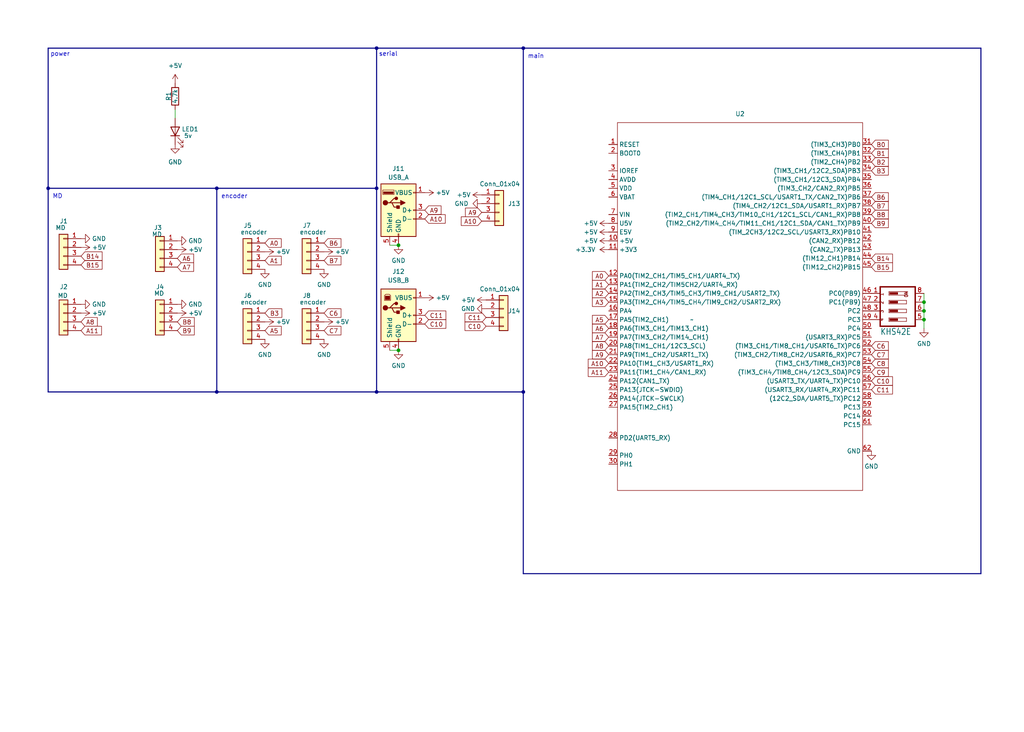
<source format=kicad_sch>
(kicad_sch (version 20230121) (generator eeschema)

  (uuid 5f8291ae-6b30-4227-b99f-27fcfbfcfd0c)

  (paper "User" 297.002 212.319)

  (title_block
    (title "ALTAIR_MDD_V1")
    (date "2024-02-14")
    (rev "1.0.0")
    (company "-Altair-")
  )

  (lib_symbols
    (symbol "Connector:USB_A" (pin_names (offset 1.016)) (in_bom yes) (on_board yes)
      (property "Reference" "J" (at -5.08 11.43 0)
        (effects (font (size 1.27 1.27)) (justify left))
      )
      (property "Value" "USB_A" (at -5.08 8.89 0)
        (effects (font (size 1.27 1.27)) (justify left))
      )
      (property "Footprint" "" (at 3.81 -1.27 0)
        (effects (font (size 1.27 1.27)) hide)
      )
      (property "Datasheet" " ~" (at 3.81 -1.27 0)
        (effects (font (size 1.27 1.27)) hide)
      )
      (property "ki_keywords" "connector USB" (at 0 0 0)
        (effects (font (size 1.27 1.27)) hide)
      )
      (property "ki_description" "USB Type A connector" (at 0 0 0)
        (effects (font (size 1.27 1.27)) hide)
      )
      (property "ki_fp_filters" "USB*" (at 0 0 0)
        (effects (font (size 1.27 1.27)) hide)
      )
      (symbol "USB_A_0_1"
        (rectangle (start -5.08 -7.62) (end 5.08 7.62)
          (stroke (width 0.254) (type default))
          (fill (type background))
        )
        (circle (center -3.81 2.159) (radius 0.635)
          (stroke (width 0.254) (type default))
          (fill (type outline))
        )
        (rectangle (start -1.524 4.826) (end -4.318 5.334)
          (stroke (width 0) (type default))
          (fill (type outline))
        )
        (rectangle (start -1.27 4.572) (end -4.572 5.842)
          (stroke (width 0) (type default))
          (fill (type none))
        )
        (circle (center -0.635 3.429) (radius 0.381)
          (stroke (width 0.254) (type default))
          (fill (type outline))
        )
        (rectangle (start -0.127 -7.62) (end 0.127 -6.858)
          (stroke (width 0) (type default))
          (fill (type none))
        )
        (polyline
          (pts
            (xy -3.175 2.159)
            (xy -2.54 2.159)
            (xy -1.27 3.429)
            (xy -0.635 3.429)
          )
          (stroke (width 0.254) (type default))
          (fill (type none))
        )
        (polyline
          (pts
            (xy -2.54 2.159)
            (xy -1.905 2.159)
            (xy -1.27 0.889)
            (xy 0 0.889)
          )
          (stroke (width 0.254) (type default))
          (fill (type none))
        )
        (polyline
          (pts
            (xy 0.635 2.794)
            (xy 0.635 1.524)
            (xy 1.905 2.159)
            (xy 0.635 2.794)
          )
          (stroke (width 0.254) (type default))
          (fill (type outline))
        )
        (rectangle (start 0.254 1.27) (end -0.508 0.508)
          (stroke (width 0.254) (type default))
          (fill (type outline))
        )
        (rectangle (start 5.08 -2.667) (end 4.318 -2.413)
          (stroke (width 0) (type default))
          (fill (type none))
        )
        (rectangle (start 5.08 -0.127) (end 4.318 0.127)
          (stroke (width 0) (type default))
          (fill (type none))
        )
        (rectangle (start 5.08 4.953) (end 4.318 5.207)
          (stroke (width 0) (type default))
          (fill (type none))
        )
      )
      (symbol "USB_A_1_1"
        (polyline
          (pts
            (xy -1.905 2.159)
            (xy 0.635 2.159)
          )
          (stroke (width 0.254) (type default))
          (fill (type none))
        )
        (pin power_in line (at 7.62 5.08 180) (length 2.54)
          (name "VBUS" (effects (font (size 1.27 1.27))))
          (number "1" (effects (font (size 1.27 1.27))))
        )
        (pin bidirectional line (at 7.62 -2.54 180) (length 2.54)
          (name "D-" (effects (font (size 1.27 1.27))))
          (number "2" (effects (font (size 1.27 1.27))))
        )
        (pin bidirectional line (at 7.62 0 180) (length 2.54)
          (name "D+" (effects (font (size 1.27 1.27))))
          (number "3" (effects (font (size 1.27 1.27))))
        )
        (pin power_in line (at 0 -10.16 90) (length 2.54)
          (name "GND" (effects (font (size 1.27 1.27))))
          (number "4" (effects (font (size 1.27 1.27))))
        )
        (pin passive line (at -2.54 -10.16 90) (length 2.54)
          (name "Shield" (effects (font (size 1.27 1.27))))
          (number "5" (effects (font (size 1.27 1.27))))
        )
      )
    )
    (symbol "Connector:USB_B" (pin_names (offset 1.016)) (in_bom yes) (on_board yes)
      (property "Reference" "J" (at -5.08 11.43 0)
        (effects (font (size 1.27 1.27)) (justify left))
      )
      (property "Value" "USB_B" (at -5.08 8.89 0)
        (effects (font (size 1.27 1.27)) (justify left))
      )
      (property "Footprint" "" (at 3.81 -1.27 0)
        (effects (font (size 1.27 1.27)) hide)
      )
      (property "Datasheet" " ~" (at 3.81 -1.27 0)
        (effects (font (size 1.27 1.27)) hide)
      )
      (property "ki_keywords" "connector USB" (at 0 0 0)
        (effects (font (size 1.27 1.27)) hide)
      )
      (property "ki_description" "USB Type B connector" (at 0 0 0)
        (effects (font (size 1.27 1.27)) hide)
      )
      (property "ki_fp_filters" "USB*" (at 0 0 0)
        (effects (font (size 1.27 1.27)) hide)
      )
      (symbol "USB_B_0_1"
        (rectangle (start -5.08 -7.62) (end 5.08 7.62)
          (stroke (width 0.254) (type default))
          (fill (type background))
        )
        (circle (center -3.81 2.159) (radius 0.635)
          (stroke (width 0.254) (type default))
          (fill (type outline))
        )
        (rectangle (start -3.81 5.588) (end -2.54 4.572)
          (stroke (width 0) (type default))
          (fill (type outline))
        )
        (circle (center -0.635 3.429) (radius 0.381)
          (stroke (width 0.254) (type default))
          (fill (type outline))
        )
        (rectangle (start -0.127 -7.62) (end 0.127 -6.858)
          (stroke (width 0) (type default))
          (fill (type none))
        )
        (polyline
          (pts
            (xy -1.905 2.159)
            (xy 0.635 2.159)
          )
          (stroke (width 0.254) (type default))
          (fill (type none))
        )
        (polyline
          (pts
            (xy -3.175 2.159)
            (xy -2.54 2.159)
            (xy -1.27 3.429)
            (xy -0.635 3.429)
          )
          (stroke (width 0.254) (type default))
          (fill (type none))
        )
        (polyline
          (pts
            (xy -2.54 2.159)
            (xy -1.905 2.159)
            (xy -1.27 0.889)
            (xy 0 0.889)
          )
          (stroke (width 0.254) (type default))
          (fill (type none))
        )
        (polyline
          (pts
            (xy 0.635 2.794)
            (xy 0.635 1.524)
            (xy 1.905 2.159)
            (xy 0.635 2.794)
          )
          (stroke (width 0.254) (type default))
          (fill (type outline))
        )
        (polyline
          (pts
            (xy -4.064 4.318)
            (xy -2.286 4.318)
            (xy -2.286 5.715)
            (xy -2.667 6.096)
            (xy -3.683 6.096)
            (xy -4.064 5.715)
            (xy -4.064 4.318)
          )
          (stroke (width 0) (type default))
          (fill (type none))
        )
        (rectangle (start 0.254 1.27) (end -0.508 0.508)
          (stroke (width 0.254) (type default))
          (fill (type outline))
        )
        (rectangle (start 5.08 -2.667) (end 4.318 -2.413)
          (stroke (width 0) (type default))
          (fill (type none))
        )
        (rectangle (start 5.08 -0.127) (end 4.318 0.127)
          (stroke (width 0) (type default))
          (fill (type none))
        )
        (rectangle (start 5.08 4.953) (end 4.318 5.207)
          (stroke (width 0) (type default))
          (fill (type none))
        )
      )
      (symbol "USB_B_1_1"
        (pin power_out line (at 7.62 5.08 180) (length 2.54)
          (name "VBUS" (effects (font (size 1.27 1.27))))
          (number "1" (effects (font (size 1.27 1.27))))
        )
        (pin bidirectional line (at 7.62 -2.54 180) (length 2.54)
          (name "D-" (effects (font (size 1.27 1.27))))
          (number "2" (effects (font (size 1.27 1.27))))
        )
        (pin bidirectional line (at 7.62 0 180) (length 2.54)
          (name "D+" (effects (font (size 1.27 1.27))))
          (number "3" (effects (font (size 1.27 1.27))))
        )
        (pin power_out line (at 0 -10.16 90) (length 2.54)
          (name "GND" (effects (font (size 1.27 1.27))))
          (number "4" (effects (font (size 1.27 1.27))))
        )
        (pin passive line (at -2.54 -10.16 90) (length 2.54)
          (name "Shield" (effects (font (size 1.27 1.27))))
          (number "5" (effects (font (size 1.27 1.27))))
        )
      )
    )
    (symbol "Connector_Generic:Conn_01x04" (pin_names (offset 1.016) hide) (in_bom yes) (on_board yes)
      (property "Reference" "J" (at 0 5.08 0)
        (effects (font (size 1.27 1.27)))
      )
      (property "Value" "Conn_01x04" (at 0 -7.62 0)
        (effects (font (size 1.27 1.27)))
      )
      (property "Footprint" "" (at 0 0 0)
        (effects (font (size 1.27 1.27)) hide)
      )
      (property "Datasheet" "~" (at 0 0 0)
        (effects (font (size 1.27 1.27)) hide)
      )
      (property "ki_keywords" "connector" (at 0 0 0)
        (effects (font (size 1.27 1.27)) hide)
      )
      (property "ki_description" "Generic connector, single row, 01x04, script generated (kicad-library-utils/schlib/autogen/connector/)" (at 0 0 0)
        (effects (font (size 1.27 1.27)) hide)
      )
      (property "ki_fp_filters" "Connector*:*_1x??_*" (at 0 0 0)
        (effects (font (size 1.27 1.27)) hide)
      )
      (symbol "Conn_01x04_1_1"
        (rectangle (start -1.27 -4.953) (end 0 -5.207)
          (stroke (width 0.1524) (type default))
          (fill (type none))
        )
        (rectangle (start -1.27 -2.413) (end 0 -2.667)
          (stroke (width 0.1524) (type default))
          (fill (type none))
        )
        (rectangle (start -1.27 0.127) (end 0 -0.127)
          (stroke (width 0.1524) (type default))
          (fill (type none))
        )
        (rectangle (start -1.27 2.667) (end 0 2.413)
          (stroke (width 0.1524) (type default))
          (fill (type none))
        )
        (rectangle (start -1.27 3.81) (end 1.27 -6.35)
          (stroke (width 0.254) (type default))
          (fill (type background))
        )
        (pin passive line (at -5.08 2.54 0) (length 3.81)
          (name "Pin_1" (effects (font (size 1.27 1.27))))
          (number "1" (effects (font (size 1.27 1.27))))
        )
        (pin passive line (at -5.08 0 0) (length 3.81)
          (name "Pin_2" (effects (font (size 1.27 1.27))))
          (number "2" (effects (font (size 1.27 1.27))))
        )
        (pin passive line (at -5.08 -2.54 0) (length 3.81)
          (name "Pin_3" (effects (font (size 1.27 1.27))))
          (number "3" (effects (font (size 1.27 1.27))))
        )
        (pin passive line (at -5.08 -5.08 0) (length 3.81)
          (name "Pin_4" (effects (font (size 1.27 1.27))))
          (number "4" (effects (font (size 1.27 1.27))))
        )
      )
    )
    (symbol "Device:LED" (pin_numbers hide) (pin_names (offset 1.016) hide) (in_bom yes) (on_board yes)
      (property "Reference" "D" (at 0 2.54 0)
        (effects (font (size 1.27 1.27)))
      )
      (property "Value" "LED" (at 0 -2.54 0)
        (effects (font (size 1.27 1.27)))
      )
      (property "Footprint" "" (at 0 0 0)
        (effects (font (size 1.27 1.27)) hide)
      )
      (property "Datasheet" "~" (at 0 0 0)
        (effects (font (size 1.27 1.27)) hide)
      )
      (property "ki_keywords" "LED diode" (at 0 0 0)
        (effects (font (size 1.27 1.27)) hide)
      )
      (property "ki_description" "Light emitting diode" (at 0 0 0)
        (effects (font (size 1.27 1.27)) hide)
      )
      (property "ki_fp_filters" "LED* LED_SMD:* LED_THT:*" (at 0 0 0)
        (effects (font (size 1.27 1.27)) hide)
      )
      (symbol "LED_0_1"
        (polyline
          (pts
            (xy -1.27 -1.27)
            (xy -1.27 1.27)
          )
          (stroke (width 0.254) (type default))
          (fill (type none))
        )
        (polyline
          (pts
            (xy -1.27 0)
            (xy 1.27 0)
          )
          (stroke (width 0) (type default))
          (fill (type none))
        )
        (polyline
          (pts
            (xy 1.27 -1.27)
            (xy 1.27 1.27)
            (xy -1.27 0)
            (xy 1.27 -1.27)
          )
          (stroke (width 0.254) (type default))
          (fill (type none))
        )
        (polyline
          (pts
            (xy -3.048 -0.762)
            (xy -4.572 -2.286)
            (xy -3.81 -2.286)
            (xy -4.572 -2.286)
            (xy -4.572 -1.524)
          )
          (stroke (width 0) (type default))
          (fill (type none))
        )
        (polyline
          (pts
            (xy -1.778 -0.762)
            (xy -3.302 -2.286)
            (xy -2.54 -2.286)
            (xy -3.302 -2.286)
            (xy -3.302 -1.524)
          )
          (stroke (width 0) (type default))
          (fill (type none))
        )
      )
      (symbol "LED_1_1"
        (pin passive line (at -3.81 0 0) (length 2.54)
          (name "K" (effects (font (size 1.27 1.27))))
          (number "1" (effects (font (size 1.27 1.27))))
        )
        (pin passive line (at 3.81 0 180) (length 2.54)
          (name "A" (effects (font (size 1.27 1.27))))
          (number "2" (effects (font (size 1.27 1.27))))
        )
      )
    )
    (symbol "Device:R" (pin_numbers hide) (pin_names (offset 0)) (in_bom yes) (on_board yes)
      (property "Reference" "R" (at 2.032 0 90)
        (effects (font (size 1.27 1.27)))
      )
      (property "Value" "R" (at 0 0 90)
        (effects (font (size 1.27 1.27)))
      )
      (property "Footprint" "" (at -1.778 0 90)
        (effects (font (size 1.27 1.27)) hide)
      )
      (property "Datasheet" "~" (at 0 0 0)
        (effects (font (size 1.27 1.27)) hide)
      )
      (property "ki_keywords" "R res resistor" (at 0 0 0)
        (effects (font (size 1.27 1.27)) hide)
      )
      (property "ki_description" "Resistor" (at 0 0 0)
        (effects (font (size 1.27 1.27)) hide)
      )
      (property "ki_fp_filters" "R_*" (at 0 0 0)
        (effects (font (size 1.27 1.27)) hide)
      )
      (symbol "R_0_1"
        (rectangle (start -1.016 -2.54) (end 1.016 2.54)
          (stroke (width 0.254) (type default))
          (fill (type none))
        )
      )
      (symbol "R_1_1"
        (pin passive line (at 0 3.81 270) (length 1.27)
          (name "~" (effects (font (size 1.27 1.27))))
          (number "1" (effects (font (size 1.27 1.27))))
        )
        (pin passive line (at 0 -3.81 90) (length 1.27)
          (name "~" (effects (font (size 1.27 1.27))))
          (number "2" (effects (font (size 1.27 1.27))))
        )
      )
    )
    (symbol "power:+3.3V" (power) (pin_names (offset 0)) (in_bom yes) (on_board yes)
      (property "Reference" "#PWR" (at 0 -3.81 0)
        (effects (font (size 1.27 1.27)) hide)
      )
      (property "Value" "+3.3V" (at 0 3.556 0)
        (effects (font (size 1.27 1.27)))
      )
      (property "Footprint" "" (at 0 0 0)
        (effects (font (size 1.27 1.27)) hide)
      )
      (property "Datasheet" "" (at 0 0 0)
        (effects (font (size 1.27 1.27)) hide)
      )
      (property "ki_keywords" "global power" (at 0 0 0)
        (effects (font (size 1.27 1.27)) hide)
      )
      (property "ki_description" "Power symbol creates a global label with name \"+3.3V\"" (at 0 0 0)
        (effects (font (size 1.27 1.27)) hide)
      )
      (symbol "+3.3V_0_1"
        (polyline
          (pts
            (xy -0.762 1.27)
            (xy 0 2.54)
          )
          (stroke (width 0) (type default))
          (fill (type none))
        )
        (polyline
          (pts
            (xy 0 0)
            (xy 0 2.54)
          )
          (stroke (width 0) (type default))
          (fill (type none))
        )
        (polyline
          (pts
            (xy 0 2.54)
            (xy 0.762 1.27)
          )
          (stroke (width 0) (type default))
          (fill (type none))
        )
      )
      (symbol "+3.3V_1_1"
        (pin power_in line (at 0 0 90) (length 0) hide
          (name "+3.3V" (effects (font (size 1.27 1.27))))
          (number "1" (effects (font (size 1.27 1.27))))
        )
      )
    )
    (symbol "power:+5V" (power) (pin_names (offset 0)) (in_bom yes) (on_board yes)
      (property "Reference" "#PWR" (at 0 -3.81 0)
        (effects (font (size 1.27 1.27)) hide)
      )
      (property "Value" "+5V" (at 0 3.556 0)
        (effects (font (size 1.27 1.27)))
      )
      (property "Footprint" "" (at 0 0 0)
        (effects (font (size 1.27 1.27)) hide)
      )
      (property "Datasheet" "" (at 0 0 0)
        (effects (font (size 1.27 1.27)) hide)
      )
      (property "ki_keywords" "global power" (at 0 0 0)
        (effects (font (size 1.27 1.27)) hide)
      )
      (property "ki_description" "Power symbol creates a global label with name \"+5V\"" (at 0 0 0)
        (effects (font (size 1.27 1.27)) hide)
      )
      (symbol "+5V_0_1"
        (polyline
          (pts
            (xy -0.762 1.27)
            (xy 0 2.54)
          )
          (stroke (width 0) (type default))
          (fill (type none))
        )
        (polyline
          (pts
            (xy 0 0)
            (xy 0 2.54)
          )
          (stroke (width 0) (type default))
          (fill (type none))
        )
        (polyline
          (pts
            (xy 0 2.54)
            (xy 0.762 1.27)
          )
          (stroke (width 0) (type default))
          (fill (type none))
        )
      )
      (symbol "+5V_1_1"
        (pin power_in line (at 0 0 90) (length 0) hide
          (name "+5V" (effects (font (size 1.27 1.27))))
          (number "1" (effects (font (size 1.27 1.27))))
        )
      )
    )
    (symbol "power:GND" (power) (pin_names (offset 0)) (in_bom yes) (on_board yes)
      (property "Reference" "#PWR" (at 0 -6.35 0)
        (effects (font (size 1.27 1.27)) hide)
      )
      (property "Value" "GND" (at 0 -3.81 0)
        (effects (font (size 1.27 1.27)))
      )
      (property "Footprint" "" (at 0 0 0)
        (effects (font (size 1.27 1.27)) hide)
      )
      (property "Datasheet" "" (at 0 0 0)
        (effects (font (size 1.27 1.27)) hide)
      )
      (property "ki_keywords" "global power" (at 0 0 0)
        (effects (font (size 1.27 1.27)) hide)
      )
      (property "ki_description" "Power symbol creates a global label with name \"GND\" , ground" (at 0 0 0)
        (effects (font (size 1.27 1.27)) hide)
      )
      (symbol "GND_0_1"
        (polyline
          (pts
            (xy 0 0)
            (xy 0 -1.27)
            (xy 1.27 -1.27)
            (xy 0 -2.54)
            (xy -1.27 -1.27)
            (xy 0 -1.27)
          )
          (stroke (width 0) (type default))
          (fill (type none))
        )
      )
      (symbol "GND_1_1"
        (pin power_in line (at 0 0 270) (length 0) hide
          (name "GND" (effects (font (size 1.27 1.27))))
          (number "1" (effects (font (size 1.27 1.27))))
        )
      )
    )
    (symbol "stm32F446RE-Nucleo:STM32F446RE-Nucleo" (in_bom yes) (on_board yes)
      (property "Reference" "U" (at 0 0 0)
        (effects (font (size 1.27 1.27)))
      )
      (property "Value" "" (at 0 0 0)
        (effects (font (size 1.27 1.27)))
      )
      (property "Footprint" "STM32F446RE-NUCLEO:STM32F446RE_Nucleo" (at 0 0 0)
        (effects (font (size 1.27 1.27)) hide)
      )
      (property "Datasheet" "" (at 0 0 0)
        (effects (font (size 1.27 1.27)) hide)
      )
      (symbol "STM32F446RE-Nucleo_0_1"
        (polyline
          (pts
            (xy -21.59 57.15)
            (xy 49.53 57.15)
            (xy 49.53 -46.99)
            (xy 49.53 -49.53)
            (xy -21.59 -49.53)
            (xy -21.59 57.15)
          )
          (stroke (width 0) (type default))
          (fill (type none))
        )
      )
      (symbol "STM32F446RE-Nucleo_1_1"
        (pin input line (at -24.13 50.8 0) (length 2.54)
          (name "RESET" (effects (font (size 1.27 1.27))))
          (number "1" (effects (font (size 1.27 1.27))))
        )
        (pin power_out line (at -24.13 22.86 0) (length 2.54)
          (name "+5V" (effects (font (size 1.27 1.27))))
          (number "10" (effects (font (size 1.27 1.27))))
        )
        (pin power_out line (at -24.13 20.32 0) (length 2.54)
          (name "+3V3" (effects (font (size 1.27 1.27))))
          (number "11" (effects (font (size 1.27 1.27))))
        )
        (pin bidirectional line (at -24.13 12.7 0) (length 2.54)
          (name "PA0(TIM2_CH1/TIM5_CH1/UART4_TX)" (effects (font (size 1.27 1.27))))
          (number "12" (effects (font (size 1.27 1.27))))
        )
        (pin bidirectional line (at -24.13 10.16 0) (length 2.54)
          (name "PA1(TIM2_CH2/TIM5CH2/UART4_RX)" (effects (font (size 1.27 1.27))))
          (number "13" (effects (font (size 1.27 1.27))))
        )
        (pin bidirectional line (at -24.13 7.62 0) (length 2.54)
          (name "PA2(TIM2_CH3/TIM5_CH3/TIM9_CH1/USART2_TX)" (effects (font (size 1.27 1.27))))
          (number "14" (effects (font (size 1.27 1.27))))
        )
        (pin bidirectional line (at -24.13 5.08 0) (length 2.54)
          (name "PA3(TIM2_CH4/TIM5_CH4/TIM9_CH2/USART2_RX)" (effects (font (size 1.27 1.27))))
          (number "15" (effects (font (size 1.27 1.27))))
        )
        (pin bidirectional line (at -24.13 2.54 0) (length 2.54)
          (name "PA4" (effects (font (size 1.27 1.27))))
          (number "16" (effects (font (size 1.27 1.27))))
        )
        (pin bidirectional line (at -24.13 0 0) (length 2.54)
          (name "PA5(TIM2_CH1)" (effects (font (size 1.27 1.27))))
          (number "17" (effects (font (size 1.27 1.27))))
        )
        (pin bidirectional line (at -24.13 -2.54 0) (length 2.54)
          (name "PA6(TIM3_CH1/TIM13_CH1)" (effects (font (size 1.27 1.27))))
          (number "18" (effects (font (size 1.27 1.27))))
        )
        (pin bidirectional line (at -24.13 -5.08 0) (length 2.54)
          (name "PA7(TIM3_CH2/TIM14_CH1)" (effects (font (size 1.27 1.27))))
          (number "19" (effects (font (size 1.27 1.27))))
        )
        (pin input line (at -24.13 48.26 0) (length 2.54)
          (name "BOOT0" (effects (font (size 1.27 1.27))))
          (number "2" (effects (font (size 1.27 1.27))))
        )
        (pin bidirectional line (at -24.13 -7.62 0) (length 2.54)
          (name "PA8(TIM1_CH1/12C3_SCL)" (effects (font (size 1.27 1.27))))
          (number "20" (effects (font (size 1.27 1.27))))
        )
        (pin bidirectional line (at -24.13 -10.16 0) (length 2.54)
          (name "PA9(TIM1_CH2/USART1_TX)" (effects (font (size 1.27 1.27))))
          (number "21" (effects (font (size 1.27 1.27))))
        )
        (pin bidirectional line (at -24.13 -12.7 0) (length 2.54)
          (name "PA10(TIM1_CH3/USART1_RX)" (effects (font (size 1.27 1.27))))
          (number "22" (effects (font (size 1.27 1.27))))
        )
        (pin bidirectional line (at -24.13 -15.24 0) (length 2.54)
          (name "PA11(TIM1_CH4/CAN1_RX)" (effects (font (size 1.27 1.27))))
          (number "23" (effects (font (size 1.27 1.27))))
        )
        (pin bidirectional line (at -24.13 -17.78 0) (length 2.54)
          (name "PA12(CAN1_TX)" (effects (font (size 1.27 1.27))))
          (number "24" (effects (font (size 1.27 1.27))))
        )
        (pin bidirectional line (at -24.13 -20.32 0) (length 2.54)
          (name "PA13(JTCK-SWDIO)" (effects (font (size 1.27 1.27))))
          (number "25" (effects (font (size 1.27 1.27))))
        )
        (pin bidirectional line (at -24.13 -22.86 0) (length 2.54)
          (name "PA14(JTCK-SWCLK)" (effects (font (size 1.27 1.27))))
          (number "26" (effects (font (size 1.27 1.27))))
        )
        (pin bidirectional line (at -24.13 -25.4 0) (length 2.54)
          (name "PA15(TIM2_CH1)" (effects (font (size 1.27 1.27))))
          (number "27" (effects (font (size 1.27 1.27))))
        )
        (pin bidirectional line (at -24.13 -34.29 0) (length 2.54)
          (name "PD2(UART5_RX)" (effects (font (size 1.27 1.27))))
          (number "28" (effects (font (size 1.27 1.27))))
        )
        (pin bidirectional line (at -24.13 -39.37 0) (length 2.54)
          (name "PH0" (effects (font (size 1.27 1.27))))
          (number "29" (effects (font (size 1.27 1.27))))
        )
        (pin input line (at -24.13 43.18 0) (length 2.54)
          (name "IOREF" (effects (font (size 1.27 1.27))))
          (number "3" (effects (font (size 1.27 1.27))))
        )
        (pin bidirectional line (at -24.13 -41.91 0) (length 2.54)
          (name "PH1" (effects (font (size 1.27 1.27))))
          (number "30" (effects (font (size 1.27 1.27))))
        )
        (pin bidirectional line (at 52.07 50.8 180) (length 2.54)
          (name "(TIM3_CH3)PB0" (effects (font (size 1.27 1.27))))
          (number "31" (effects (font (size 1.27 1.27))))
        )
        (pin bidirectional line (at 52.07 48.26 180) (length 2.54)
          (name "(TIM3_CH4)PB1" (effects (font (size 1.27 1.27))))
          (number "32" (effects (font (size 1.27 1.27))))
        )
        (pin bidirectional line (at 52.07 45.72 180) (length 2.54)
          (name "(TIM2_CH4)PB2" (effects (font (size 1.27 1.27))))
          (number "33" (effects (font (size 1.27 1.27))))
        )
        (pin bidirectional line (at 52.07 43.18 180) (length 2.54)
          (name "(TIM3_CH1/12C2_SDA)PB3" (effects (font (size 1.27 1.27))))
          (number "34" (effects (font (size 1.27 1.27))))
        )
        (pin bidirectional line (at 52.07 40.64 180) (length 2.54)
          (name "(TIM3_CH1/12C3_SDA)PB4" (effects (font (size 1.27 1.27))))
          (number "35" (effects (font (size 1.27 1.27))))
        )
        (pin bidirectional line (at 52.07 38.1 180) (length 2.54)
          (name "(TIM3_CH2/CAN2_RX)PB5" (effects (font (size 1.27 1.27))))
          (number "36" (effects (font (size 1.27 1.27))))
        )
        (pin bidirectional line (at 52.07 35.56 180) (length 2.54)
          (name "(TIM4_CH1/12C1_SCL/USART1_TX/CAN2_TX)PB6" (effects (font (size 1.27 1.27))))
          (number "37" (effects (font (size 1.27 1.27))))
        )
        (pin bidirectional line (at 52.07 33.02 180) (length 2.54)
          (name "(TIM4_CH2/12C1_SDA/USART1_RX)PB7" (effects (font (size 1.27 1.27))))
          (number "38" (effects (font (size 1.27 1.27))))
        )
        (pin bidirectional line (at 52.07 30.48 180) (length 2.54)
          (name "(TIM2_CH1/TIM4_CH3/TIM10_CH1/12C1_SCL/CAN1_RX)PB8" (effects (font (size 1.27 1.27))))
          (number "39" (effects (font (size 1.27 1.27))))
        )
        (pin input line (at -24.13 40.64 0) (length 2.54)
          (name "AVDD" (effects (font (size 1.27 1.27))))
          (number "4" (effects (font (size 1.27 1.27))))
        )
        (pin bidirectional line (at 52.07 27.94 180) (length 2.54)
          (name "(TIM2_CH2/TIM4_CH4/TIM11_CH1/12C1_SDA/CAN1_TX)PB9" (effects (font (size 1.27 1.27))))
          (number "40" (effects (font (size 1.27 1.27))))
        )
        (pin bidirectional line (at 52.07 25.4 180) (length 2.54)
          (name "(TIM_2CH3/12C2_SCL/USART3_RX)PB10" (effects (font (size 1.27 1.27))))
          (number "41" (effects (font (size 1.27 1.27))))
        )
        (pin bidirectional line (at 52.07 22.86 180) (length 2.54)
          (name "(CAN2_RX)PB12" (effects (font (size 1.27 1.27))))
          (number "42" (effects (font (size 1.27 1.27))))
        )
        (pin bidirectional line (at 52.07 20.32 180) (length 2.54)
          (name "(CAN2_TX)PB13" (effects (font (size 1.27 1.27))))
          (number "43" (effects (font (size 1.27 1.27))))
        )
        (pin bidirectional line (at 52.07 17.78 180) (length 2.54)
          (name "(TIM12_CH1)PB14" (effects (font (size 1.27 1.27))))
          (number "44" (effects (font (size 1.27 1.27))))
        )
        (pin bidirectional line (at 52.07 15.24 180) (length 2.54)
          (name "(TIM12_CH2)PB15" (effects (font (size 1.27 1.27))))
          (number "45" (effects (font (size 1.27 1.27))))
        )
        (pin bidirectional line (at 52.07 7.62 180) (length 2.54)
          (name "PC0(PB9)" (effects (font (size 1.27 1.27))))
          (number "46" (effects (font (size 1.27 1.27))))
        )
        (pin bidirectional line (at 52.07 5.08 180) (length 2.54)
          (name "PC1(PB9)" (effects (font (size 1.27 1.27))))
          (number "47" (effects (font (size 1.27 1.27))))
        )
        (pin bidirectional line (at 52.07 2.54 180) (length 2.54)
          (name "PC2" (effects (font (size 1.27 1.27))))
          (number "48" (effects (font (size 1.27 1.27))))
        )
        (pin bidirectional line (at 52.07 0 180) (length 2.54)
          (name "PC3" (effects (font (size 1.27 1.27))))
          (number "49" (effects (font (size 1.27 1.27))))
        )
        (pin input line (at -24.13 38.1 0) (length 2.54)
          (name "VDD" (effects (font (size 1.27 1.27))))
          (number "5" (effects (font (size 1.27 1.27))))
        )
        (pin bidirectional line (at 52.07 -2.54 180) (length 2.54)
          (name "PC4" (effects (font (size 1.27 1.27))))
          (number "50" (effects (font (size 1.27 1.27))))
        )
        (pin bidirectional line (at 52.07 -5.08 180) (length 2.54)
          (name "(USART3_RX)PC5" (effects (font (size 1.27 1.27))))
          (number "51" (effects (font (size 1.27 1.27))))
        )
        (pin bidirectional line (at 52.07 -7.62 180) (length 2.54)
          (name "(TIM3_CH1/TIM8_CH1/USART6_TX)PC6" (effects (font (size 1.27 1.27))))
          (number "52" (effects (font (size 1.27 1.27))))
        )
        (pin bidirectional line (at 52.07 -10.16 180) (length 2.54)
          (name "(TIM3_CH2/TIM8_CH2/USART6_RX)PC7" (effects (font (size 1.27 1.27))))
          (number "53" (effects (font (size 1.27 1.27))))
        )
        (pin bidirectional line (at 52.07 -12.7 180) (length 2.54)
          (name "(TIM3_CH3/TIM8_CH3)PC8" (effects (font (size 1.27 1.27))))
          (number "54" (effects (font (size 1.27 1.27))))
        )
        (pin bidirectional line (at 52.07 -15.24 180) (length 2.54)
          (name "(TIM3_CH4/TIM8_CH4/12C3_SDA)PC9" (effects (font (size 1.27 1.27))))
          (number "55" (effects (font (size 1.27 1.27))))
        )
        (pin bidirectional line (at 52.07 -17.78 180) (length 2.54)
          (name "(USART3_TX/UART4_TX)PC10" (effects (font (size 1.27 1.27))))
          (number "56" (effects (font (size 1.27 1.27))))
        )
        (pin bidirectional line (at 52.07 -20.32 180) (length 2.54)
          (name "(USART3_RX/UART4_RX)PC11" (effects (font (size 1.27 1.27))))
          (number "57" (effects (font (size 1.27 1.27))))
        )
        (pin bidirectional line (at 52.07 -22.86 180) (length 2.54)
          (name "(12C2_SDA/UART5_TX)PC12" (effects (font (size 1.27 1.27))))
          (number "58" (effects (font (size 1.27 1.27))))
        )
        (pin bidirectional line (at 52.07 -25.4 180) (length 2.54)
          (name "PC13" (effects (font (size 1.27 1.27))))
          (number "59" (effects (font (size 1.27 1.27))))
        )
        (pin input line (at -24.13 35.56 0) (length 2.54)
          (name "VBAT" (effects (font (size 1.27 1.27))))
          (number "6" (effects (font (size 1.27 1.27))))
        )
        (pin bidirectional line (at 52.07 -27.94 180) (length 2.54)
          (name "PC14" (effects (font (size 1.27 1.27))))
          (number "60" (effects (font (size 1.27 1.27))))
        )
        (pin bidirectional line (at 52.07 -30.48 180) (length 2.54)
          (name "PC15" (effects (font (size 1.27 1.27))))
          (number "61" (effects (font (size 1.27 1.27))))
        )
        (pin power_out line (at 52.07 -38.1 180) (length 2.54)
          (name "GND" (effects (font (size 1.27 1.27))))
          (number "62" (effects (font (size 1.27 1.27))))
        )
        (pin power_in line (at -24.13 30.48 0) (length 2.54)
          (name "VIN" (effects (font (size 1.27 1.27))))
          (number "7" (effects (font (size 1.27 1.27))))
        )
        (pin input line (at -24.13 27.94 0) (length 2.54)
          (name "U5V" (effects (font (size 1.27 1.27))))
          (number "8" (effects (font (size 1.27 1.27))))
        )
        (pin input line (at -24.13 25.4 0) (length 2.54)
          (name "E5V" (effects (font (size 1.27 1.27))))
          (number "9" (effects (font (size 1.27 1.27))))
        )
      )
    )
    (symbol "ver1-eagle-import:KHS42E" (in_bom yes) (on_board yes)
      (property "Reference" "" (at -5.08 -5.08 90)
        (effects (font (size 1.778 1.5113)) (justify left bottom) hide)
      )
      (property "Value" "" (at 9.525 -5.08 90)
        (effects (font (size 1.778 1.5113)) (justify left bottom))
      )
      (property "Footprint" "ver1:KHS42E" (at 0 0 0)
        (effects (font (size 1.27 1.27)) hide)
      )
      (property "Datasheet" "" (at 0 0 0)
        (effects (font (size 1.27 1.27)) hide)
      )
      (property "ki_locked" "" (at 0 0 0)
        (effects (font (size 1.27 1.27)))
      )
      (symbol "KHS42E_1_0"
        (rectangle (start -2.794 -2.286) (end -2.286 0)
          (stroke (width 0) (type default))
          (fill (type outline))
        )
        (rectangle (start -0.254 -2.286) (end 0.254 0)
          (stroke (width 0) (type default))
          (fill (type outline))
        )
        (polyline
          (pts
            (xy -4.445 -5.08)
            (xy 6.985 -5.08)
          )
          (stroke (width 0.4064) (type solid))
          (fill (type none))
        )
        (polyline
          (pts
            (xy -4.445 5.08)
            (xy -4.445 -5.08)
          )
          (stroke (width 0.4064) (type solid))
          (fill (type none))
        )
        (polyline
          (pts
            (xy -3.048 -2.54)
            (xy -3.048 2.54)
          )
          (stroke (width 0.1524) (type solid))
          (fill (type none))
        )
        (polyline
          (pts
            (xy -3.048 2.54)
            (xy -2.032 2.54)
          )
          (stroke (width 0.1524) (type solid))
          (fill (type none))
        )
        (polyline
          (pts
            (xy -2.032 -2.54)
            (xy -3.048 -2.54)
          )
          (stroke (width 0.1524) (type solid))
          (fill (type none))
        )
        (polyline
          (pts
            (xy -2.032 2.54)
            (xy -2.032 -2.54)
          )
          (stroke (width 0.1524) (type solid))
          (fill (type none))
        )
        (polyline
          (pts
            (xy -0.508 -2.54)
            (xy -0.508 2.54)
          )
          (stroke (width 0.1524) (type solid))
          (fill (type none))
        )
        (polyline
          (pts
            (xy -0.508 2.54)
            (xy 0.508 2.54)
          )
          (stroke (width 0.1524) (type solid))
          (fill (type none))
        )
        (polyline
          (pts
            (xy 0.508 -2.54)
            (xy -0.508 -2.54)
          )
          (stroke (width 0.1524) (type solid))
          (fill (type none))
        )
        (polyline
          (pts
            (xy 0.508 2.54)
            (xy 0.508 -2.54)
          )
          (stroke (width 0.1524) (type solid))
          (fill (type none))
        )
        (polyline
          (pts
            (xy 2.032 -2.54)
            (xy 2.032 2.54)
          )
          (stroke (width 0.1524) (type solid))
          (fill (type none))
        )
        (polyline
          (pts
            (xy 2.032 2.54)
            (xy 3.048 2.54)
          )
          (stroke (width 0.1524) (type solid))
          (fill (type none))
        )
        (polyline
          (pts
            (xy 3.048 -2.54)
            (xy 2.032 -2.54)
          )
          (stroke (width 0.1524) (type solid))
          (fill (type none))
        )
        (polyline
          (pts
            (xy 3.048 2.54)
            (xy 3.048 -2.54)
          )
          (stroke (width 0.1524) (type solid))
          (fill (type none))
        )
        (polyline
          (pts
            (xy 4.572 -2.54)
            (xy 4.572 2.54)
          )
          (stroke (width 0.1524) (type solid))
          (fill (type none))
        )
        (polyline
          (pts
            (xy 4.572 2.54)
            (xy 5.588 2.54)
          )
          (stroke (width 0.1524) (type solid))
          (fill (type none))
        )
        (polyline
          (pts
            (xy 5.588 -2.54)
            (xy 4.572 -2.54)
          )
          (stroke (width 0.1524) (type solid))
          (fill (type none))
        )
        (polyline
          (pts
            (xy 5.588 2.54)
            (xy 5.588 -2.54)
          )
          (stroke (width 0.1524) (type solid))
          (fill (type none))
        )
        (polyline
          (pts
            (xy 6.985 -5.08)
            (xy 6.985 5.08)
          )
          (stroke (width 0.4064) (type solid))
          (fill (type none))
        )
        (polyline
          (pts
            (xy 6.985 5.08)
            (xy -4.445 5.08)
          )
          (stroke (width 0.4064) (type solid))
          (fill (type none))
        )
        (rectangle (start 2.286 -2.286) (end 2.794 0)
          (stroke (width 0) (type default))
          (fill (type outline))
        )
        (rectangle (start 4.826 -2.286) (end 5.334 0)
          (stroke (width 0) (type default))
          (fill (type outline))
        )
        (text "1" (at -2.794 -4.064 0)
          (effects (font (size 0.9906 0.842) (thickness 0.1684) bold) (justify left bottom))
        )
        (text "2" (at -0.381 -4.064 0)
          (effects (font (size 0.9906 0.842) (thickness 0.1684) bold) (justify left bottom))
        )
        (text "3" (at 2.159 -4.064 0)
          (effects (font (size 0.9906 0.842) (thickness 0.1684) bold) (justify left bottom))
        )
        (text "4" (at 4.572 -4.064 0)
          (effects (font (size 0.9906 0.842) (thickness 0.1684) bold) (justify left bottom))
        )
        (text "ON" (at -3.302 3.048 0)
          (effects (font (size 0.9906 0.842) (thickness 0.1684) bold) (justify left bottom))
        )
        (pin passive line (at -2.54 -7.62 90) (length 2.54)
          (name "1" (effects (font (size 0 0))))
          (number "1" (effects (font (size 1.27 1.27))))
        )
        (pin passive line (at 0 -7.62 90) (length 2.54)
          (name "2" (effects (font (size 0 0))))
          (number "2" (effects (font (size 1.27 1.27))))
        )
        (pin passive line (at 2.54 -7.62 90) (length 2.54)
          (name "3" (effects (font (size 0 0))))
          (number "3" (effects (font (size 1.27 1.27))))
        )
        (pin passive line (at 5.08 -7.62 90) (length 2.54)
          (name "4" (effects (font (size 0 0))))
          (number "4" (effects (font (size 1.27 1.27))))
        )
        (pin passive line (at 5.08 7.62 270) (length 2.54)
          (name "5" (effects (font (size 0 0))))
          (number "5" (effects (font (size 1.27 1.27))))
        )
        (pin passive line (at 2.54 7.62 270) (length 2.54)
          (name "6" (effects (font (size 0 0))))
          (number "6" (effects (font (size 1.27 1.27))))
        )
        (pin passive line (at 0 7.62 270) (length 2.54)
          (name "7" (effects (font (size 0 0))))
          (number "7" (effects (font (size 1.27 1.27))))
        )
        (pin passive line (at -2.54 7.62 270) (length 2.54)
          (name "8" (effects (font (size 0 0))))
          (number "8" (effects (font (size 1.27 1.27))))
        )
      )
    )
  )

  (junction (at 109.22 13.97) (diameter 0) (color 0 0 0 0)
    (uuid 0522465c-e744-495b-8488-bc98fa33a282)
  )
  (junction (at 267.97 90.17) (diameter 0) (color 0 0 0 0)
    (uuid 450c8314-2370-4b65-b7d6-377798c7fafe)
  )
  (junction (at 151.765 13.97) (diameter 0) (color 0 0 0 0)
    (uuid 4c2773ee-c5e5-48d6-947a-10de89cefe80)
  )
  (junction (at 115.57 71.12) (diameter 0) (color 0 0 0 0)
    (uuid 623b115c-698f-457a-9a09-8a1e3905c1b7)
  )
  (junction (at 62.865 113.665) (diameter 0) (color 0 0 0 0)
    (uuid 64b94deb-7e2e-4632-9443-d001aba85b71)
  )
  (junction (at 62.865 54.61) (diameter 0) (color 0 0 0 0)
    (uuid 7eebd84d-5866-4f9b-86f1-742e5e2defe2)
  )
  (junction (at 13.97 54.61) (diameter 0) (color 0 0 0 0)
    (uuid 804fa2ee-8c04-43c9-8037-9a6dbc991088)
  )
  (junction (at 267.97 87.63) (diameter 0) (color 0 0 0 0)
    (uuid a85df9de-91c0-4557-82a8-73865da5dce6)
  )
  (junction (at 267.97 92.71) (diameter 0) (color 0 0 0 0)
    (uuid be90503a-38d7-4c37-96ab-38638c3d567e)
  )
  (junction (at 151.765 113.665) (diameter 0) (color 0 0 0 0)
    (uuid c03f3a78-baf3-499a-9b0b-bc859e340e18)
  )
  (junction (at 109.22 113.665) (diameter 0) (color 0 0 0 0)
    (uuid d26d3a79-bbf4-44c0-8f1e-acef5d841697)
  )
  (junction (at 109.22 54.61) (diameter 0) (color 0 0 0 0)
    (uuid efaeae8f-ae48-4e87-9c4e-1a0f0885cbae)
  )
  (junction (at 115.57 101.6) (diameter 0) (color 0 0 0 0)
    (uuid f7e255eb-c690-4bf8-b503-40155f9df3ee)
  )

  (wire (pts (xy 113.03 71.12) (xy 115.57 71.12))
    (stroke (width 0) (type default))
    (uuid 02fefc1b-5398-40d2-8b04-9d4ffbd84479)
  )
  (bus (pts (xy 284.48 166.37) (xy 151.765 166.37))
    (stroke (width 0) (type default))
    (uuid 1831c91b-f74b-4069-bfd1-df51cf751f2c)
  )
  (bus (pts (xy 13.97 13.97) (xy 109.22 13.97))
    (stroke (width 0) (type default))
    (uuid 2768aa96-7461-4b81-948b-04ad7f1cce6b)
  )
  (bus (pts (xy 151.765 113.665) (xy 151.765 166.37))
    (stroke (width 0) (type default))
    (uuid 30418faf-7919-4081-8b69-01eead43ae81)
  )

  (wire (pts (xy 267.97 87.63) (xy 267.97 90.17))
    (stroke (width 0.1524) (type solid))
    (uuid 43b9e0da-682d-4385-af4a-77988c3c2e71)
  )
  (wire (pts (xy 50.8 31.75) (xy 50.8 34.29))
    (stroke (width 0.1524) (type solid))
    (uuid 47432cd9-18a7-45a4-b705-c47c80617312)
  )
  (bus (pts (xy 62.865 54.61) (xy 109.22 54.61))
    (stroke (width 0) (type default))
    (uuid 4877d843-0c6f-4396-8705-cff6f00d4bbd)
  )
  (bus (pts (xy 13.97 13.97) (xy 13.97 54.61))
    (stroke (width 0) (type default))
    (uuid 492aac3b-5871-4144-ac35-c3e75f256006)
  )
  (bus (pts (xy 109.22 54.61) (xy 109.22 13.97))
    (stroke (width 0) (type default))
    (uuid 5b95b370-8332-41a9-ad31-3f481c428cb5)
  )
  (bus (pts (xy 151.765 13.97) (xy 151.765 113.665))
    (stroke (width 0) (type default))
    (uuid 5fa17df2-1dc1-4541-ace2-1cf69677fabc)
  )
  (bus (pts (xy 109.22 13.97) (xy 151.765 13.97))
    (stroke (width 0) (type default))
    (uuid 718ab7ae-aa11-4c4f-9d70-d41b0412ab70)
  )
  (bus (pts (xy 13.97 54.61) (xy 62.865 54.61))
    (stroke (width 0) (type default))
    (uuid 7b536c3b-c4f6-4438-b0da-d9a213561ddf)
  )

  (wire (pts (xy 267.97 90.17) (xy 267.97 92.71))
    (stroke (width 0.1524) (type solid))
    (uuid 80fc016a-c5aa-4a0f-8b5a-54eba6a44e85)
  )
  (bus (pts (xy 13.97 113.665) (xy 62.865 113.665))
    (stroke (width 0) (type default))
    (uuid 828df203-5acd-4ec2-b851-57cf66d65866)
  )
  (bus (pts (xy 151.765 13.97) (xy 284.48 13.97))
    (stroke (width 0) (type default))
    (uuid 8723e13d-b26f-4e77-b92e-d377a0906e90)
  )

  (wire (pts (xy 113.03 101.6) (xy 115.57 101.6))
    (stroke (width 0) (type default))
    (uuid aadd1c9b-75bc-4b57-862e-400aca4786b8)
  )
  (bus (pts (xy 109.22 54.61) (xy 109.22 113.665))
    (stroke (width 0) (type default))
    (uuid ace26ef1-8bf7-42c8-8981-2a2a42cda695)
  )
  (bus (pts (xy 109.22 113.665) (xy 151.765 113.665))
    (stroke (width 0) (type default))
    (uuid aec46115-73b5-4f27-b0b9-d1adad85abf1)
  )
  (bus (pts (xy 62.865 54.61) (xy 62.865 113.665))
    (stroke (width 0) (type default))
    (uuid b3249204-b4ab-45bd-9a0d-4df85779f122)
  )
  (bus (pts (xy 13.97 54.61) (xy 13.97 113.665))
    (stroke (width 0) (type default))
    (uuid bb5e3144-a54d-47c5-a1e4-6f9d859dd801)
  )

  (wire (pts (xy 267.97 92.71) (xy 267.97 95.25))
    (stroke (width 0.1524) (type solid))
    (uuid cd71b8b1-3353-4869-b61d-46f949ac628f)
  )
  (bus (pts (xy 284.48 13.97) (xy 284.48 166.37))
    (stroke (width 0) (type default))
    (uuid d230cfc9-5a9a-482d-a238-0da1aa5180d6)
  )
  (bus (pts (xy 62.865 113.665) (xy 109.22 113.665))
    (stroke (width 0) (type default))
    (uuid d28d1a96-b48a-487e-b62d-75176da4f3a3)
  )

  (wire (pts (xy 267.97 85.09) (xy 267.97 87.63))
    (stroke (width 0.1524) (type solid))
    (uuid fc5e159e-1e88-4323-ad64-598a6a5b4579)
  )

  (text "serial" (at 109.855 16.51 0)
    (effects (font (size 1.27 1.27)) (justify left bottom))
    (uuid 1e2aebe2-94ca-4ec6-8a49-fee59d7381a9)
  )
  (text "\nencoder\n" (at 64.135 57.785 0)
    (effects (font (size 1.27 1.27)) (justify left bottom))
    (uuid 476eb7d5-073b-4611-8b3b-88c3da4f38f2)
  )
  (text "main\n" (at 153.035 17.145 0)
    (effects (font (size 1.27 1.27)) (justify left bottom))
    (uuid 63084b2b-679f-42d7-9235-1ae02473c2d8)
  )
  (text "power\n" (at 14.605 16.51 0)
    (effects (font (size 1.27 1.27)) (justify left bottom))
    (uuid 88f15d06-62a7-46e8-a6f6-7810e612e888)
  )
  (text "MD" (at 15.24 57.785 0)
    (effects (font (size 1.27 1.27)) (justify left bottom))
    (uuid f4776778-f672-484b-9165-3a8720166bf1)
  )

  (global_label "C7" (shape input) (at 252.73 102.87 0) (fields_autoplaced)
    (effects (font (size 1.27 1.27)) (justify left))
    (uuid 00f6085c-2526-4897-8ea6-cbd07c52383d)
    (property "Intersheetrefs" "${INTERSHEET_REFS}" (at 258.1947 102.87 0)
      (effects (font (size 1.27 1.27)) (justify left) hide)
    )
  )
  (global_label "A2" (shape input) (at 176.53 85.09 180) (fields_autoplaced)
    (effects (font (size 1.27 1.27)) (justify right))
    (uuid 09e009ea-9bb9-40f5-bf09-79afbc56e917)
    (property "Intersheetrefs" "${INTERSHEET_REFS}" (at 171.2467 85.09 0)
      (effects (font (size 1.27 1.27)) (justify right) hide)
    )
  )
  (global_label "C8" (shape input) (at 252.73 105.41 0) (fields_autoplaced)
    (effects (font (size 1.27 1.27)) (justify left))
    (uuid 0dd2f2a1-9622-4e8e-83f0-a195c53f0fdd)
    (property "Intersheetrefs" "${INTERSHEET_REFS}" (at 258.1947 105.41 0)
      (effects (font (size 1.27 1.27)) (justify left) hide)
    )
  )
  (global_label "C11" (shape input) (at 252.73 113.03 0) (fields_autoplaced)
    (effects (font (size 1.27 1.27)) (justify left))
    (uuid 0de37b02-5acd-4887-9e17-fabd4e278d74)
    (property "Intersheetrefs" "${INTERSHEET_REFS}" (at 259.4042 113.03 0)
      (effects (font (size 1.27 1.27)) (justify left) hide)
    )
  )
  (global_label "A7" (shape input) (at 176.53 97.79 180) (fields_autoplaced)
    (effects (font (size 1.27 1.27)) (justify right))
    (uuid 11aedf98-4caf-4622-9f55-2b207d3bdde1)
    (property "Intersheetrefs" "${INTERSHEET_REFS}" (at 171.2467 97.79 0)
      (effects (font (size 1.27 1.27)) (justify right) hide)
    )
  )
  (global_label "C7" (shape input) (at 93.98 95.885 0) (fields_autoplaced)
    (effects (font (size 1.27 1.27)) (justify left))
    (uuid 183022ee-5051-4dfe-a95b-9cca954fd8b6)
    (property "Intersheetrefs" "${INTERSHEET_REFS}" (at 99.4447 95.885 0)
      (effects (font (size 1.27 1.27)) (justify left) hide)
    )
  )
  (global_label "B3" (shape input) (at 76.835 90.805 0) (fields_autoplaced)
    (effects (font (size 1.27 1.27)) (justify left))
    (uuid 23bc7aa5-36de-459e-bca2-0e8c4afd8577)
    (property "Intersheetrefs" "${INTERSHEET_REFS}" (at 82.2997 90.805 0)
      (effects (font (size 1.27 1.27)) (justify left) hide)
    )
  )
  (global_label "B9" (shape input) (at 51.435 95.885 0) (fields_autoplaced)
    (effects (font (size 1.27 1.27)) (justify left))
    (uuid 2ae51b50-d924-4b7c-ac13-47d9d3f86d0e)
    (property "Intersheetrefs" "${INTERSHEET_REFS}" (at 56.8997 95.885 0)
      (effects (font (size 1.27 1.27)) (justify left) hide)
    )
  )
  (global_label "B0" (shape input) (at 252.73 41.91 0) (fields_autoplaced)
    (effects (font (size 1.27 1.27)) (justify left))
    (uuid 2b3fd914-f75e-478d-936e-f6d9bf736aa8)
    (property "Intersheetrefs" "${INTERSHEET_REFS}" (at 258.1947 41.91 0)
      (effects (font (size 1.27 1.27)) (justify left) hide)
    )
  )
  (global_label "B8" (shape input) (at 252.73 62.23 0) (fields_autoplaced)
    (effects (font (size 1.27 1.27)) (justify left))
    (uuid 2d8c8f36-3023-4261-b940-b72b3c7bea7f)
    (property "Intersheetrefs" "${INTERSHEET_REFS}" (at 258.1947 62.23 0)
      (effects (font (size 1.27 1.27)) (justify left) hide)
    )
  )
  (global_label "A6" (shape input) (at 176.53 95.25 180) (fields_autoplaced)
    (effects (font (size 1.27 1.27)) (justify right))
    (uuid 2e8c4deb-8c13-45ee-a5d8-8f98ca108e58)
    (property "Intersheetrefs" "${INTERSHEET_REFS}" (at 171.2467 95.25 0)
      (effects (font (size 1.27 1.27)) (justify right) hide)
    )
  )
  (global_label "C11" (shape input) (at 140.97 92.075 180) (fields_autoplaced)
    (effects (font (size 1.27 1.27)) (justify right))
    (uuid 3819209a-1d56-4f4d-823b-a368022a66d7)
    (property "Intersheetrefs" "${INTERSHEET_REFS}" (at 134.2958 92.075 0)
      (effects (font (size 1.27 1.27)) (justify right) hide)
    )
  )
  (global_label "C11" (shape input) (at 123.19 91.44 0) (fields_autoplaced)
    (effects (font (size 1.27 1.27)) (justify left))
    (uuid 3db3480b-dbe6-4ae1-8f6e-78b7634d61ef)
    (property "Intersheetrefs" "${INTERSHEET_REFS}" (at 129.8642 91.44 0)
      (effects (font (size 1.27 1.27)) (justify left) hide)
    )
  )
  (global_label "A1" (shape input) (at 176.53 82.55 180) (fields_autoplaced)
    (effects (font (size 1.27 1.27)) (justify right))
    (uuid 4245a781-96ae-4e03-938e-fc32543148bc)
    (property "Intersheetrefs" "${INTERSHEET_REFS}" (at 171.2467 82.55 0)
      (effects (font (size 1.27 1.27)) (justify right) hide)
    )
  )
  (global_label "A9" (shape input) (at 139.7 61.595 180) (fields_autoplaced)
    (effects (font (size 1.27 1.27)) (justify right))
    (uuid 506400b2-48cb-47b3-9b49-ab5375bb6bb1)
    (property "Intersheetrefs" "${INTERSHEET_REFS}" (at 134.4167 61.595 0)
      (effects (font (size 1.27 1.27)) (justify right) hide)
    )
  )
  (global_label "A0" (shape input) (at 176.53 80.01 180) (fields_autoplaced)
    (effects (font (size 1.27 1.27)) (justify right))
    (uuid 5b44bb11-3085-4fd0-a859-dfe9fac8f40b)
    (property "Intersheetrefs" "${INTERSHEET_REFS}" (at 171.2467 80.01 0)
      (effects (font (size 1.27 1.27)) (justify right) hide)
    )
  )
  (global_label "B9" (shape input) (at 252.73 64.77 0) (fields_autoplaced)
    (effects (font (size 1.27 1.27)) (justify left))
    (uuid 6a974c59-5a7f-418f-8420-fad2d1edecbd)
    (property "Intersheetrefs" "${INTERSHEET_REFS}" (at 258.1947 64.77 0)
      (effects (font (size 1.27 1.27)) (justify left) hide)
    )
  )
  (global_label "C10" (shape input) (at 252.73 110.49 0) (fields_autoplaced)
    (effects (font (size 1.27 1.27)) (justify left))
    (uuid 705bae7e-eb4b-4ead-8d7b-a36d685f2e56)
    (property "Intersheetrefs" "${INTERSHEET_REFS}" (at 259.4042 110.49 0)
      (effects (font (size 1.27 1.27)) (justify left) hide)
    )
  )
  (global_label "C9" (shape input) (at 252.73 107.95 0) (fields_autoplaced)
    (effects (font (size 1.27 1.27)) (justify left))
    (uuid 734b76d9-eced-47c5-992d-34ec1affc497)
    (property "Intersheetrefs" "${INTERSHEET_REFS}" (at 258.1947 107.95 0)
      (effects (font (size 1.27 1.27)) (justify left) hide)
    )
  )
  (global_label "A10" (shape input) (at 139.7 64.135 180) (fields_autoplaced)
    (effects (font (size 1.27 1.27)) (justify right))
    (uuid 79947450-acf8-498d-ae5c-e88a06a65428)
    (property "Intersheetrefs" "${INTERSHEET_REFS}" (at 133.2072 64.135 0)
      (effects (font (size 1.27 1.27)) (justify right) hide)
    )
  )
  (global_label "A6" (shape input) (at 51.435 74.93 0) (fields_autoplaced)
    (effects (font (size 1.27 1.27)) (justify left))
    (uuid 7a613bd4-1635-4129-9890-d4ac6750857b)
    (property "Intersheetrefs" "${INTERSHEET_REFS}" (at 56.7183 74.93 0)
      (effects (font (size 1.27 1.27)) (justify left) hide)
    )
  )
  (global_label "A9" (shape input) (at 123.19 60.96 0) (fields_autoplaced)
    (effects (font (size 1.27 1.27)) (justify left))
    (uuid 7edd6963-d02f-41bc-bb12-5fe6ee22d8e3)
    (property "Intersheetrefs" "${INTERSHEET_REFS}" (at 128.4733 60.96 0)
      (effects (font (size 1.27 1.27)) (justify left) hide)
    )
  )
  (global_label "A5" (shape input) (at 76.835 95.885 0) (fields_autoplaced)
    (effects (font (size 1.27 1.27)) (justify left))
    (uuid 8324ce1b-54b3-4821-9c04-3e2116924360)
    (property "Intersheetrefs" "${INTERSHEET_REFS}" (at 82.1183 95.885 0)
      (effects (font (size 1.27 1.27)) (justify left) hide)
    )
  )
  (global_label "A5" (shape input) (at 176.53 92.71 180) (fields_autoplaced)
    (effects (font (size 1.27 1.27)) (justify right))
    (uuid 85d98239-0740-4190-aa77-25c0f185e84e)
    (property "Intersheetrefs" "${INTERSHEET_REFS}" (at 171.2467 92.71 0)
      (effects (font (size 1.27 1.27)) (justify right) hide)
    )
  )
  (global_label "A1" (shape input) (at 76.835 75.565 0) (fields_autoplaced)
    (effects (font (size 1.27 1.27)) (justify left))
    (uuid 8cbd7799-a79f-44a8-92f3-37fb52c9ba46)
    (property "Intersheetrefs" "${INTERSHEET_REFS}" (at 82.1183 75.565 0)
      (effects (font (size 1.27 1.27)) (justify left) hide)
    )
  )
  (global_label "B15" (shape input) (at 23.495 76.835 0) (fields_autoplaced)
    (effects (font (size 1.27 1.27)) (justify left))
    (uuid 97839623-407c-482c-8e66-700a7f6540c9)
    (property "Intersheetrefs" "${INTERSHEET_REFS}" (at 30.1692 76.835 0)
      (effects (font (size 1.27 1.27)) (justify left) hide)
    )
  )
  (global_label "A0" (shape input) (at 76.835 70.485 0) (fields_autoplaced)
    (effects (font (size 1.27 1.27)) (justify left))
    (uuid 98afefb4-b768-47f4-9b59-d675796252b1)
    (property "Intersheetrefs" "${INTERSHEET_REFS}" (at 82.1183 70.485 0)
      (effects (font (size 1.27 1.27)) (justify left) hide)
    )
  )
  (global_label "B6" (shape input) (at 252.73 57.15 0) (fields_autoplaced)
    (effects (font (size 1.27 1.27)) (justify left))
    (uuid ab92c8ea-4109-4534-87b4-69babd46ca6a)
    (property "Intersheetrefs" "${INTERSHEET_REFS}" (at 258.1947 57.15 0)
      (effects (font (size 1.27 1.27)) (justify left) hide)
    )
  )
  (global_label "C10" (shape input) (at 123.19 93.98 0) (fields_autoplaced)
    (effects (font (size 1.27 1.27)) (justify left))
    (uuid b5f2af24-d951-4f7e-a4b8-48c28dd777c0)
    (property "Intersheetrefs" "${INTERSHEET_REFS}" (at 129.8642 93.98 0)
      (effects (font (size 1.27 1.27)) (justify left) hide)
    )
  )
  (global_label "B2" (shape input) (at 252.73 46.99 0) (fields_autoplaced)
    (effects (font (size 1.27 1.27)) (justify left))
    (uuid b61e437e-867c-4cdf-b5e8-ed3c9cc4013b)
    (property "Intersheetrefs" "${INTERSHEET_REFS}" (at 258.1947 46.99 0)
      (effects (font (size 1.27 1.27)) (justify left) hide)
    )
  )
  (global_label "B15" (shape input) (at 252.73 77.47 0) (fields_autoplaced)
    (effects (font (size 1.27 1.27)) (justify left))
    (uuid bb31f14e-d736-4bfd-8f8d-eb8fe4cc819c)
    (property "Intersheetrefs" "${INTERSHEET_REFS}" (at 259.4042 77.47 0)
      (effects (font (size 1.27 1.27)) (justify left) hide)
    )
  )
  (global_label "C6" (shape input) (at 93.98 90.805 0) (fields_autoplaced)
    (effects (font (size 1.27 1.27)) (justify left))
    (uuid be49e636-a9e4-49a3-8632-50667e7ae79f)
    (property "Intersheetrefs" "${INTERSHEET_REFS}" (at 99.4447 90.805 0)
      (effects (font (size 1.27 1.27)) (justify left) hide)
    )
  )
  (global_label "A10" (shape input) (at 176.53 105.41 180) (fields_autoplaced)
    (effects (font (size 1.27 1.27)) (justify right))
    (uuid befcb923-8b4d-4d44-a632-d5a74523c62a)
    (property "Intersheetrefs" "${INTERSHEET_REFS}" (at 170.0372 105.41 0)
      (effects (font (size 1.27 1.27)) (justify right) hide)
    )
  )
  (global_label "A11" (shape input) (at 23.495 95.885 0) (fields_autoplaced)
    (effects (font (size 1.27 1.27)) (justify left))
    (uuid c5a0b260-033d-44c3-89a0-ffda591ff663)
    (property "Intersheetrefs" "${INTERSHEET_REFS}" (at 29.9878 95.885 0)
      (effects (font (size 1.27 1.27)) (justify left) hide)
    )
  )
  (global_label "C10" (shape input) (at 140.97 94.615 180) (fields_autoplaced)
    (effects (font (size 1.27 1.27)) (justify right))
    (uuid d4ca4ec1-391e-419b-95cc-7b418a9b85d4)
    (property "Intersheetrefs" "${INTERSHEET_REFS}" (at 134.2958 94.615 0)
      (effects (font (size 1.27 1.27)) (justify right) hide)
    )
  )
  (global_label "B8" (shape input) (at 51.435 93.345 0) (fields_autoplaced)
    (effects (font (size 1.27 1.27)) (justify left))
    (uuid d657c2d0-9dbd-4e33-a33f-aec8cd048446)
    (property "Intersheetrefs" "${INTERSHEET_REFS}" (at 56.8997 93.345 0)
      (effects (font (size 1.27 1.27)) (justify left) hide)
    )
  )
  (global_label "A10" (shape input) (at 123.19 63.5 0) (fields_autoplaced)
    (effects (font (size 1.27 1.27)) (justify left))
    (uuid dacc081b-2cba-4626-9449-3d831969c637)
    (property "Intersheetrefs" "${INTERSHEET_REFS}" (at 129.6828 63.5 0)
      (effects (font (size 1.27 1.27)) (justify left) hide)
    )
  )
  (global_label "B6" (shape input) (at 93.98 70.485 0) (fields_autoplaced)
    (effects (font (size 1.27 1.27)) (justify left))
    (uuid db660f60-04ba-4073-b32c-738d7556cd40)
    (property "Intersheetrefs" "${INTERSHEET_REFS}" (at 99.4447 70.485 0)
      (effects (font (size 1.27 1.27)) (justify left) hide)
    )
  )
  (global_label "A7" (shape input) (at 51.435 77.47 0) (fields_autoplaced)
    (effects (font (size 1.27 1.27)) (justify left))
    (uuid dcf4a7fa-8c6d-40db-8ef2-3086044d4aa0)
    (property "Intersheetrefs" "${INTERSHEET_REFS}" (at 56.7183 77.47 0)
      (effects (font (size 1.27 1.27)) (justify left) hide)
    )
  )
  (global_label "A8" (shape input) (at 23.495 93.345 0) (fields_autoplaced)
    (effects (font (size 1.27 1.27)) (justify left))
    (uuid dd7956f0-ccd1-4970-8f16-9cc1ea9a7cb1)
    (property "Intersheetrefs" "${INTERSHEET_REFS}" (at 28.7783 93.345 0)
      (effects (font (size 1.27 1.27)) (justify left) hide)
    )
  )
  (global_label "A3" (shape input) (at 176.53 87.63 180) (fields_autoplaced)
    (effects (font (size 1.27 1.27)) (justify right))
    (uuid de841d40-1fe5-4b71-84d5-a1f67d7c838b)
    (property "Intersheetrefs" "${INTERSHEET_REFS}" (at 171.2467 87.63 0)
      (effects (font (size 1.27 1.27)) (justify right) hide)
    )
  )
  (global_label "B7" (shape input) (at 252.73 59.69 0) (fields_autoplaced)
    (effects (font (size 1.27 1.27)) (justify left))
    (uuid df7e2a6c-c512-4bce-9931-89f62436fdc5)
    (property "Intersheetrefs" "${INTERSHEET_REFS}" (at 258.1947 59.69 0)
      (effects (font (size 1.27 1.27)) (justify left) hide)
    )
  )
  (global_label "B7" (shape input) (at 93.98 75.565 0) (fields_autoplaced)
    (effects (font (size 1.27 1.27)) (justify left))
    (uuid e1022e9e-bf36-4dff-bb2c-8073a319965a)
    (property "Intersheetrefs" "${INTERSHEET_REFS}" (at 99.4447 75.565 0)
      (effects (font (size 1.27 1.27)) (justify left) hide)
    )
  )
  (global_label "A11" (shape input) (at 176.53 107.95 180) (fields_autoplaced)
    (effects (font (size 1.27 1.27)) (justify right))
    (uuid e56121ab-7873-48d4-a9c4-29548000fbec)
    (property "Intersheetrefs" "${INTERSHEET_REFS}" (at 170.0372 107.95 0)
      (effects (font (size 1.27 1.27)) (justify right) hide)
    )
  )
  (global_label "A8" (shape input) (at 176.53 100.33 180) (fields_autoplaced)
    (effects (font (size 1.27 1.27)) (justify right))
    (uuid e63c8057-ea5f-4317-bec7-be60e898e04b)
    (property "Intersheetrefs" "${INTERSHEET_REFS}" (at 171.2467 100.33 0)
      (effects (font (size 1.27 1.27)) (justify right) hide)
    )
  )
  (global_label "C6" (shape input) (at 252.73 100.33 0) (fields_autoplaced)
    (effects (font (size 1.27 1.27)) (justify left))
    (uuid e6bd5539-af2b-4222-bfc6-b66b032ddfec)
    (property "Intersheetrefs" "${INTERSHEET_REFS}" (at 258.1947 100.33 0)
      (effects (font (size 1.27 1.27)) (justify left) hide)
    )
  )
  (global_label "B14" (shape input) (at 252.73 74.93 0) (fields_autoplaced)
    (effects (font (size 1.27 1.27)) (justify left))
    (uuid e8906e1c-9146-4770-8ad1-7c9354f5dc55)
    (property "Intersheetrefs" "${INTERSHEET_REFS}" (at 259.4042 74.93 0)
      (effects (font (size 1.27 1.27)) (justify left) hide)
    )
  )
  (global_label "B1" (shape input) (at 252.73 44.45 0) (fields_autoplaced)
    (effects (font (size 1.27 1.27)) (justify left))
    (uuid eda9feec-efab-4692-9778-42b007e87ca8)
    (property "Intersheetrefs" "${INTERSHEET_REFS}" (at 258.1947 44.45 0)
      (effects (font (size 1.27 1.27)) (justify left) hide)
    )
  )
  (global_label "B3" (shape input) (at 252.73 49.53 0) (fields_autoplaced)
    (effects (font (size 1.27 1.27)) (justify left))
    (uuid f28e0daa-508a-4ec8-afef-4d45b840bcea)
    (property "Intersheetrefs" "${INTERSHEET_REFS}" (at 258.1947 49.53 0)
      (effects (font (size 1.27 1.27)) (justify left) hide)
    )
  )
  (global_label "B14" (shape input) (at 23.495 74.295 0) (fields_autoplaced)
    (effects (font (size 1.27 1.27)) (justify left))
    (uuid f4430c2d-f9a4-4483-a7b7-6b6c37dcfbbc)
    (property "Intersheetrefs" "${INTERSHEET_REFS}" (at 30.1692 74.295 0)
      (effects (font (size 1.27 1.27)) (justify left) hide)
    )
  )
  (global_label "A9" (shape input) (at 176.53 102.87 180) (fields_autoplaced)
    (effects (font (size 1.27 1.27)) (justify right))
    (uuid f7c9320a-f1c3-4d15-802a-9b0f10767a94)
    (property "Intersheetrefs" "${INTERSHEET_REFS}" (at 171.2467 102.87 0)
      (effects (font (size 1.27 1.27)) (justify right) hide)
    )
  )

  (symbol (lib_id "power:GND") (at 76.835 78.105 0) (unit 1)
    (in_bom yes) (on_board yes) (dnp no) (fields_autoplaced)
    (uuid 0d50d42e-2f2a-4bd7-a3cc-2be4be4617ea)
    (property "Reference" "#PWR035" (at 76.835 84.455 0)
      (effects (font (size 1.27 1.27)) hide)
    )
    (property "Value" "GND" (at 76.835 82.55 0)
      (effects (font (size 1.27 1.27)))
    )
    (property "Footprint" "" (at 76.835 78.105 0)
      (effects (font (size 1.27 1.27)) hide)
    )
    (property "Datasheet" "" (at 76.835 78.105 0)
      (effects (font (size 1.27 1.27)) hide)
    )
    (pin "1" (uuid b6c5d6f8-4dda-408b-a530-9c76155b61fd))
    (instances
      (project "ALTAIR_MDD_V2-backups"
        (path "/5f8291ae-6b30-4227-b99f-27fcfbfcfd0c"
          (reference "#PWR035") (unit 1)
        )
      )
    )
  )

  (symbol (lib_id "power:+5V") (at 176.53 64.77 90) (unit 1)
    (in_bom yes) (on_board yes) (dnp no) (fields_autoplaced)
    (uuid 0d55fdeb-9d69-4be4-b8f7-e28d19bd7607)
    (property "Reference" "#PWR03" (at 180.34 64.77 0)
      (effects (font (size 1.27 1.27)) hide)
    )
    (property "Value" "+5V" (at 173.355 64.77 90)
      (effects (font (size 1.27 1.27)) (justify left))
    )
    (property "Footprint" "" (at 176.53 64.77 0)
      (effects (font (size 1.27 1.27)) hide)
    )
    (property "Datasheet" "" (at 176.53 64.77 0)
      (effects (font (size 1.27 1.27)) hide)
    )
    (pin "1" (uuid 429fbfbe-b9c0-4437-85ed-9de34347f24d))
    (instances
      (project "ALTAIR_MDD_V2-backups"
        (path "/5f8291ae-6b30-4227-b99f-27fcfbfcfd0c"
          (reference "#PWR03") (unit 1)
        )
      )
    )
  )

  (symbol (lib_id "power:GND") (at 252.73 130.81 0) (mirror y) (unit 1)
    (in_bom yes) (on_board yes) (dnp no) (fields_autoplaced)
    (uuid 17d041ea-29b0-443a-9c12-31c75ec07bea)
    (property "Reference" "#PWR06" (at 252.73 137.16 0)
      (effects (font (size 1.27 1.27)) hide)
    )
    (property "Value" "GND" (at 252.73 135.255 0)
      (effects (font (size 1.27 1.27)))
    )
    (property "Footprint" "" (at 252.73 130.81 0)
      (effects (font (size 1.27 1.27)) hide)
    )
    (property "Datasheet" "" (at 252.73 130.81 0)
      (effects (font (size 1.27 1.27)) hide)
    )
    (pin "1" (uuid 212c50c8-8b52-4c85-86d2-3a42dfef84b3))
    (instances
      (project "ALTAIR_MDD_V2-backups"
        (path "/5f8291ae-6b30-4227-b99f-27fcfbfcfd0c"
          (reference "#PWR06") (unit 1)
        )
      )
    )
  )

  (symbol (lib_id "power:GND") (at 139.7 59.055 270) (unit 1)
    (in_bom yes) (on_board yes) (dnp no) (fields_autoplaced)
    (uuid 1bf23d6c-b2a4-4a89-a3be-a67ad89595bf)
    (property "Reference" "#PWR025" (at 133.35 59.055 0)
      (effects (font (size 1.27 1.27)) hide)
    )
    (property "Value" "GND" (at 135.89 59.055 90)
      (effects (font (size 1.27 1.27)) (justify right))
    )
    (property "Footprint" "" (at 139.7 59.055 0)
      (effects (font (size 1.27 1.27)) hide)
    )
    (property "Datasheet" "" (at 139.7 59.055 0)
      (effects (font (size 1.27 1.27)) hide)
    )
    (pin "1" (uuid 50e4a8a4-cf66-4f35-bed1-27cc8e16b15f))
    (instances
      (project "ALTAIR_MDD_V2-backups"
        (path "/5f8291ae-6b30-4227-b99f-27fcfbfcfd0c"
          (reference "#PWR025") (unit 1)
        )
      )
    )
  )

  (symbol (lib_id "power:GND") (at 115.57 101.6 0) (unit 1)
    (in_bom yes) (on_board yes) (dnp no) (fields_autoplaced)
    (uuid 321f54dc-cba0-4120-9eba-eace6c0c15fc)
    (property "Reference" "#PWR075" (at 115.57 107.95 0)
      (effects (font (size 1.27 1.27)) hide)
    )
    (property "Value" "GND" (at 115.57 106.045 0)
      (effects (font (size 1.27 1.27)))
    )
    (property "Footprint" "" (at 115.57 101.6 0)
      (effects (font (size 1.27 1.27)) hide)
    )
    (property "Datasheet" "" (at 115.57 101.6 0)
      (effects (font (size 1.27 1.27)) hide)
    )
    (pin "1" (uuid 60ea920b-b4d7-4a82-853e-0e4fa5635d79))
    (instances
      (project "ALTAIR_MDD_V2-backups"
        (path "/5f8291ae-6b30-4227-b99f-27fcfbfcfd0c"
          (reference "#PWR075") (unit 1)
        )
      )
    )
  )

  (symbol (lib_id "power:+5V") (at 176.53 67.31 90) (unit 1)
    (in_bom yes) (on_board yes) (dnp no) (fields_autoplaced)
    (uuid 32f7e44a-163e-49a5-91b5-4f02f8bd9941)
    (property "Reference" "#PWR02" (at 180.34 67.31 0)
      (effects (font (size 1.27 1.27)) hide)
    )
    (property "Value" "+5V" (at 173.355 67.31 90)
      (effects (font (size 1.27 1.27)) (justify left))
    )
    (property "Footprint" "" (at 176.53 67.31 0)
      (effects (font (size 1.27 1.27)) hide)
    )
    (property "Datasheet" "" (at 176.53 67.31 0)
      (effects (font (size 1.27 1.27)) hide)
    )
    (pin "1" (uuid 26ba3db1-d37f-4cb6-82fb-8c4edbcdb70e))
    (instances
      (project "ALTAIR_MDD_V2-backups"
        (path "/5f8291ae-6b30-4227-b99f-27fcfbfcfd0c"
          (reference "#PWR02") (unit 1)
        )
      )
    )
  )

  (symbol (lib_id "power:+5V") (at 51.435 90.805 270) (unit 1)
    (in_bom yes) (on_board yes) (dnp no)
    (uuid 335bbde0-43af-456f-9055-c7241669f104)
    (property "Reference" "#PWR041" (at 47.625 90.805 0)
      (effects (font (size 1.27 1.27)) hide)
    )
    (property "Value" "+5V" (at 54.61 90.805 90)
      (effects (font (size 1.27 1.27)) (justify left))
    )
    (property "Footprint" "" (at 51.435 90.805 0)
      (effects (font (size 1.27 1.27)) hide)
    )
    (property "Datasheet" "" (at 51.435 90.805 0)
      (effects (font (size 1.27 1.27)) hide)
    )
    (pin "1" (uuid 70b9298e-ca2f-40c9-a77b-0c0de2028ede))
    (instances
      (project "ALTAIR_MDD_V2-backups"
        (path "/5f8291ae-6b30-4227-b99f-27fcfbfcfd0c"
          (reference "#PWR041") (unit 1)
        )
      )
    )
  )

  (symbol (lib_id "power:+5V") (at 51.435 72.39 270) (unit 1)
    (in_bom yes) (on_board yes) (dnp no)
    (uuid 34c086f9-a4b2-4b88-98ef-9ccbc10a8c0a)
    (property "Reference" "#PWR028" (at 47.625 72.39 0)
      (effects (font (size 1.27 1.27)) hide)
    )
    (property "Value" "+5V" (at 54.61 72.39 90)
      (effects (font (size 1.27 1.27)) (justify left))
    )
    (property "Footprint" "" (at 51.435 72.39 0)
      (effects (font (size 1.27 1.27)) hide)
    )
    (property "Datasheet" "" (at 51.435 72.39 0)
      (effects (font (size 1.27 1.27)) hide)
    )
    (pin "1" (uuid 8847eb54-a1f9-4f9d-a822-d3bb2aca52af))
    (instances
      (project "ALTAIR_MDD_V2-backups"
        (path "/5f8291ae-6b30-4227-b99f-27fcfbfcfd0c"
          (reference "#PWR028") (unit 1)
        )
      )
    )
  )

  (symbol (lib_id "Connector_Generic:Conn_01x04") (at 46.355 90.805 0) (mirror y) (unit 1)
    (in_bom yes) (on_board yes) (dnp no)
    (uuid 354b17f2-d71a-4a0b-a812-aad2283dc566)
    (property "Reference" "J4" (at 47.625 83.185 0)
      (effects (font (size 1.27 1.27)) (justify left))
    )
    (property "Value" "MD" (at 47.625 85.09 0)
      (effects (font (size 1.27 1.27)) (justify left))
    )
    (property "Footprint" "Connector_JST:JST_XA_S04B-XASK-1_1x04_P2.50mm_Horizontal" (at 46.355 90.805 0)
      (effects (font (size 1.27 1.27)) hide)
    )
    (property "Datasheet" "~" (at 46.355 90.805 0)
      (effects (font (size 1.27 1.27)) hide)
    )
    (pin "1" (uuid 4c3991bf-6ea4-4158-b46f-5b43e1dee989))
    (pin "2" (uuid 461c30d8-9880-4001-88ac-252c77ff59d9))
    (pin "3" (uuid 30c678d2-0904-46ac-bf85-045a28164b14))
    (pin "4" (uuid 6a206653-613b-4356-b0b9-48ba61730151))
    (instances
      (project "ALTAIR_MDD_V2-backups"
        (path "/5f8291ae-6b30-4227-b99f-27fcfbfcfd0c"
          (reference "J4") (unit 1)
        )
      )
    )
  )

  (symbol (lib_id "power:+5V") (at 50.8 24.13 0) (unit 1)
    (in_bom yes) (on_board yes) (dnp no) (fields_autoplaced)
    (uuid 3614a510-d900-438c-b445-416a0cd96acd)
    (property "Reference" "#PWR027" (at 50.8 27.94 0)
      (effects (font (size 1.27 1.27)) hide)
    )
    (property "Value" "+5V" (at 50.8 19.05 0)
      (effects (font (size 1.27 1.27)))
    )
    (property "Footprint" "" (at 50.8 24.13 0)
      (effects (font (size 1.27 1.27)) hide)
    )
    (property "Datasheet" "" (at 50.8 24.13 0)
      (effects (font (size 1.27 1.27)) hide)
    )
    (pin "1" (uuid b73b87aa-9b95-4dac-8e31-b7a237403eae))
    (instances
      (project "ALTAIR_MDD_V2-backups"
        (path "/5f8291ae-6b30-4227-b99f-27fcfbfcfd0c"
          (reference "#PWR027") (unit 1)
        )
      )
    )
  )

  (symbol (lib_id "power:GND") (at 51.435 69.85 90) (unit 1)
    (in_bom yes) (on_board yes) (dnp no) (fields_autoplaced)
    (uuid 405c2621-e8ec-4b0e-9129-f01934568c9a)
    (property "Reference" "#PWR023" (at 57.785 69.85 0)
      (effects (font (size 1.27 1.27)) hide)
    )
    (property "Value" "GND" (at 54.61 69.85 90)
      (effects (font (size 1.27 1.27)) (justify right))
    )
    (property "Footprint" "" (at 51.435 69.85 0)
      (effects (font (size 1.27 1.27)) hide)
    )
    (property "Datasheet" "" (at 51.435 69.85 0)
      (effects (font (size 1.27 1.27)) hide)
    )
    (pin "1" (uuid e3be8436-5f0e-4676-9cfe-af32e3aea306))
    (instances
      (project "ALTAIR_MDD_V2-backups"
        (path "/5f8291ae-6b30-4227-b99f-27fcfbfcfd0c"
          (reference "#PWR023") (unit 1)
        )
      )
    )
  )

  (symbol (lib_id "power:+5V") (at 176.53 69.85 90) (unit 1)
    (in_bom yes) (on_board yes) (dnp no) (fields_autoplaced)
    (uuid 43ec5420-185b-4ad1-8d19-90c4939db738)
    (property "Reference" "#PWR01" (at 180.34 69.85 0)
      (effects (font (size 1.27 1.27)) hide)
    )
    (property "Value" "+5V" (at 173.355 69.85 90)
      (effects (font (size 1.27 1.27)) (justify left))
    )
    (property "Footprint" "" (at 176.53 69.85 0)
      (effects (font (size 1.27 1.27)) hide)
    )
    (property "Datasheet" "" (at 176.53 69.85 0)
      (effects (font (size 1.27 1.27)) hide)
    )
    (pin "1" (uuid a85c8e6b-5fa9-4719-abe2-4a5c5af1a455))
    (instances
      (project "ALTAIR_MDD_V2-backups"
        (path "/5f8291ae-6b30-4227-b99f-27fcfbfcfd0c"
          (reference "#PWR01") (unit 1)
        )
      )
    )
  )

  (symbol (lib_id "Connector_Generic:Conn_01x04") (at 88.9 73.025 0) (mirror y) (unit 1)
    (in_bom yes) (on_board yes) (dnp no)
    (uuid 518deaaa-2ea7-47d0-9178-7d1a2e497323)
    (property "Reference" "J7" (at 90.17 65.405 0)
      (effects (font (size 1.27 1.27)) (justify left))
    )
    (property "Value" "encoder" (at 94.615 67.31 0)
      (effects (font (size 1.27 1.27)) (justify left))
    )
    (property "Footprint" "Connector_JST:JST_XA_S04B-XASK-1_1x04_P2.50mm_Horizontal" (at 88.9 73.025 0)
      (effects (font (size 1.27 1.27)) hide)
    )
    (property "Datasheet" "~" (at 88.9 73.025 0)
      (effects (font (size 1.27 1.27)) hide)
    )
    (pin "1" (uuid 80739ff7-2dc4-4e0c-850b-d76c2b7226a7))
    (pin "2" (uuid d0f43e30-04c6-4b51-b96b-15b8a80b4f95))
    (pin "3" (uuid 759346d6-7666-4993-a8be-456fb4f25b03))
    (pin "4" (uuid acf113a7-a819-41d4-b779-7e7c451e141e))
    (instances
      (project "ALTAIR_MDD_V2-backups"
        (path "/5f8291ae-6b30-4227-b99f-27fcfbfcfd0c"
          (reference "J7") (unit 1)
        )
      )
    )
  )

  (symbol (lib_id "stm32F446RE-Nucleo:STM32F446RE-Nucleo") (at 200.66 92.71 0) (unit 1)
    (in_bom yes) (on_board yes) (dnp no) (fields_autoplaced)
    (uuid 53edd948-dc07-4b95-9fb4-df753c5ed463)
    (property "Reference" "U2" (at 214.63 33.02 0)
      (effects (font (size 1.27 1.27)))
    )
    (property "Value" "~" (at 200.66 92.71 0)
      (effects (font (size 1.27 1.27)))
    )
    (property "Footprint" "Library:STM32F446RE_Nucleo" (at 200.66 92.71 0)
      (effects (font (size 1.27 1.27)) hide)
    )
    (property "Datasheet" "" (at 200.66 92.71 0)
      (effects (font (size 1.27 1.27)) hide)
    )
    (pin "1" (uuid fb3d10d9-454b-45fa-bfc7-d74a14807a9b))
    (pin "10" (uuid 020c94e1-45ba-4c6e-a60e-e530f45d862a))
    (pin "11" (uuid ec95a1b5-1b32-4de9-83c2-f76f99d027f2))
    (pin "12" (uuid e642d234-9687-47cb-81ce-a048c076bc2f))
    (pin "13" (uuid 01d5dd35-8fe3-4bfd-89cc-6bd4a53541dd))
    (pin "14" (uuid d32da67f-e245-4cfd-acd2-93c03a7f9822))
    (pin "15" (uuid 89346efb-4811-4163-90d1-256950ef7d5a))
    (pin "16" (uuid c2270567-243b-4332-b57a-37765c424471))
    (pin "17" (uuid 53515e23-562b-4feb-a731-d824c802714a))
    (pin "18" (uuid 31f84105-a6fe-43bd-acf0-fe4632bd8679))
    (pin "19" (uuid 0a26851b-94e5-4502-8f06-c16bca8a0b57))
    (pin "2" (uuid d1c95801-54d7-459d-a991-be478580b902))
    (pin "20" (uuid 50caac0b-10b7-45b8-8a93-97d1f0f903cb))
    (pin "21" (uuid 15500bd0-d432-46d0-b9e4-ad216eebe542))
    (pin "22" (uuid aa680940-51f3-466f-81dd-7bfcbe480795))
    (pin "23" (uuid 31b7a636-6990-483c-ba9c-135473c9da09))
    (pin "24" (uuid a87ce73c-1511-49d2-a5c9-781d31d8541c))
    (pin "25" (uuid d0bde092-51d4-4a01-b339-a4a285bc5426))
    (pin "26" (uuid 7db4379f-8642-4c39-b9a2-6d92a1fb33c7))
    (pin "27" (uuid 83f33a98-0c52-418b-b579-a525fe212f4c))
    (pin "28" (uuid 13ba7009-7678-49ab-810e-6767478a04f4))
    (pin "29" (uuid e05365aa-c065-4723-a96d-661777687253))
    (pin "3" (uuid b3d10356-0790-4615-869d-16918966e67d))
    (pin "30" (uuid 0d7289e4-b6c4-4ba1-bb5f-79999ef296e0))
    (pin "31" (uuid 772788c9-d0b2-4dc0-b049-e656189928be))
    (pin "32" (uuid e2839e2f-02ac-4b59-893f-9b41d9ebe976))
    (pin "33" (uuid c8779149-f089-46bf-81f5-e1a0c9a98f48))
    (pin "34" (uuid a620b614-eb06-4cd0-9fdc-c5ad5658c21b))
    (pin "35" (uuid 9bcac265-baea-44cb-9f68-1cde50e5633f))
    (pin "36" (uuid f26484da-3e5e-41bf-8d79-109a299d5333))
    (pin "37" (uuid b786512f-256a-47bb-9536-18f32f96cd86))
    (pin "38" (uuid 6df1e469-65c0-4a26-9103-386512a4cb00))
    (pin "39" (uuid 64baac00-cd9c-4f7e-976f-3fd8ec9f2f52))
    (pin "4" (uuid 5e3a8fb8-9a39-4a93-9c2b-03690eaa00bb))
    (pin "40" (uuid 89d091e5-a716-4ad5-9ca9-8d7da7a7c0b4))
    (pin "41" (uuid 5b5b8376-3b5c-482a-95eb-91d5f52c6da7))
    (pin "42" (uuid e92b5e4e-f9d3-47bf-8c4e-fbda40253248))
    (pin "43" (uuid 9eff2b61-d4f9-4783-ba32-b80def710e5d))
    (pin "44" (uuid f172ace3-863f-47e4-915a-6c5558f65227))
    (pin "45" (uuid 790492db-fdff-4cec-96f3-8791d5a98b7b))
    (pin "46" (uuid 9c4ab9c9-2c93-4d14-8a7a-42134bf1e6d4))
    (pin "47" (uuid caab56cf-14c4-4ae0-bdf6-a447eca8ee78))
    (pin "48" (uuid 7abae22e-9cd4-4451-ba57-4bb2df4534e6))
    (pin "49" (uuid 7aeef9b5-1294-41c4-882e-029dc632ff79))
    (pin "5" (uuid 55276e18-0f26-422d-87fd-224a5f5b8713))
    (pin "50" (uuid 97702fc7-3c03-428c-825f-5196473e6ff1))
    (pin "51" (uuid b1b9bbcd-3c49-484c-a74d-a8292811570e))
    (pin "52" (uuid 2e09130d-7de1-4965-8de0-fc63754699a4))
    (pin "53" (uuid e5eaf150-adbb-41c1-ba71-6135f72681b8))
    (pin "54" (uuid eb2716df-a13c-4264-b257-8e151f08422c))
    (pin "55" (uuid f66b34ac-de27-4d4b-bf21-aadadd45fff3))
    (pin "56" (uuid 92302635-7087-47a1-b015-62eb2894a7d9))
    (pin "57" (uuid f762b76b-5bba-499c-91c5-8ca052ae1977))
    (pin "58" (uuid 5ff85b6b-551d-4b61-93a7-769fbf208ee8))
    (pin "59" (uuid 92bc0242-9d7f-4618-9bfc-60f743713faf))
    (pin "6" (uuid 25a50719-acd3-4a31-a2be-0af6aa4e8e63))
    (pin "60" (uuid 5ae0703d-3fd5-4749-800f-18f8a6a29379))
    (pin "61" (uuid a6f6daee-f56d-44a9-ab5a-8eb41d0b4d80))
    (pin "62" (uuid 5c9390da-da28-4c7f-b710-6ac6a6c75470))
    (pin "7" (uuid 8350e09c-55d3-48d9-92fc-26856bbe9b06))
    (pin "8" (uuid 2efeabda-b45c-4137-a8bb-1e73541f47ed))
    (pin "9" (uuid 6b9da26a-bf11-4266-b9d5-9732f905b0a0))
    (instances
      (project "ALTAIR_MDD_V2-backups"
        (path "/5f8291ae-6b30-4227-b99f-27fcfbfcfd0c"
          (reference "U2") (unit 1)
        )
      )
    )
  )

  (symbol (lib_id "Connector_Generic:Conn_01x04") (at 88.9 93.345 0) (mirror y) (unit 1)
    (in_bom yes) (on_board yes) (dnp no)
    (uuid 5760d1a0-966a-4fd2-98d7-c7e36277b448)
    (property "Reference" "J8" (at 90.17 85.725 0)
      (effects (font (size 1.27 1.27)) (justify left))
    )
    (property "Value" "encoder" (at 94.615 87.63 0)
      (effects (font (size 1.27 1.27)) (justify left))
    )
    (property "Footprint" "Connector_JST:JST_XA_S04B-XASK-1_1x04_P2.50mm_Horizontal" (at 88.9 93.345 0)
      (effects (font (size 1.27 1.27)) hide)
    )
    (property "Datasheet" "~" (at 88.9 93.345 0)
      (effects (font (size 1.27 1.27)) hide)
    )
    (pin "1" (uuid 16215ac2-6477-4522-811f-8662aefebd66))
    (pin "2" (uuid 358944dd-0a16-400a-be25-55aed420e4d9))
    (pin "3" (uuid cf513d56-6dbb-42be-b52c-1e51bada5e34))
    (pin "4" (uuid 749c41e4-9231-4d66-a814-e6a4130717ac))
    (instances
      (project "ALTAIR_MDD_V2-backups"
        (path "/5f8291ae-6b30-4227-b99f-27fcfbfcfd0c"
          (reference "J8") (unit 1)
        )
      )
    )
  )

  (symbol (lib_id "power:GND") (at 267.97 95.25 0) (mirror y) (unit 1)
    (in_bom yes) (on_board yes) (dnp no) (fields_autoplaced)
    (uuid 5922cea2-2455-4d13-b275-c639d10c45ba)
    (property "Reference" "#PWR012" (at 267.97 101.6 0)
      (effects (font (size 1.27 1.27)) hide)
    )
    (property "Value" "GND" (at 267.97 99.695 0)
      (effects (font (size 1.27 1.27)))
    )
    (property "Footprint" "" (at 267.97 95.25 0)
      (effects (font (size 1.27 1.27)) hide)
    )
    (property "Datasheet" "" (at 267.97 95.25 0)
      (effects (font (size 1.27 1.27)) hide)
    )
    (pin "1" (uuid 3d0c47b5-8351-4dc7-83c2-e75579251b37))
    (instances
      (project "ALTAIR_MDD_V2-backups"
        (path "/5f8291ae-6b30-4227-b99f-27fcfbfcfd0c"
          (reference "#PWR012") (unit 1)
        )
      )
    )
  )

  (symbol (lib_id "power:+5V") (at 140.97 86.995 90) (mirror x) (unit 1)
    (in_bom yes) (on_board yes) (dnp no) (fields_autoplaced)
    (uuid 59519b3b-d9a7-4843-ba7d-7e5de408251b)
    (property "Reference" "#PWR030" (at 144.78 86.995 0)
      (effects (font (size 1.27 1.27)) hide)
    )
    (property "Value" "+5V" (at 137.795 86.995 90)
      (effects (font (size 1.27 1.27)) (justify left))
    )
    (property "Footprint" "" (at 140.97 86.995 0)
      (effects (font (size 1.27 1.27)) hide)
    )
    (property "Datasheet" "" (at 140.97 86.995 0)
      (effects (font (size 1.27 1.27)) hide)
    )
    (pin "1" (uuid 11dd965a-cb27-4f2d-8425-a9434a7b32c9))
    (instances
      (project "ALTAIR_MDD_V2-backups"
        (path "/5f8291ae-6b30-4227-b99f-27fcfbfcfd0c"
          (reference "#PWR030") (unit 1)
        )
      )
    )
  )

  (symbol (lib_id "ver1-eagle-import:KHS42E") (at 260.35 87.63 270) (unit 1)
    (in_bom yes) (on_board yes) (dnp no)
    (uuid 65e597f8-f515-4661-a306-a62f4739cfb9)
    (property "Reference" "S2" (at 255.27 82.55 90)
      (effects (font (size 1.778 1.5113)) (justify left bottom) hide)
    )
    (property "Value" "KHS42E" (at 255.27 97.155 90)
      (effects (font (size 1.778 1.5113)) (justify left bottom))
    )
    (property "Footprint" "servoV1:SOIC127P600X175-8N" (at 260.35 87.63 0)
      (effects (font (size 1.27 1.27)) hide)
    )
    (property "Datasheet" "" (at 260.35 87.63 0)
      (effects (font (size 1.27 1.27)) hide)
    )
    (pin "1" (uuid 2e1fd1b6-6332-41dd-9b7b-dc47a5c6e040))
    (pin "2" (uuid 4ff14eb1-31ab-4f50-b5bf-06e3f397d6fa))
    (pin "3" (uuid 1f878058-f679-4838-88e6-f0722cbdbfce))
    (pin "4" (uuid 5ba88782-013d-4c50-94db-2a7c899a3467))
    (pin "5" (uuid 6003b870-62fe-4d09-82b3-8b2ac700ae68))
    (pin "6" (uuid 55005c17-a4d0-4aa2-8b7f-3837dd47ca13))
    (pin "7" (uuid 17a8aaaa-3f97-49f3-b9ea-c00052ef3578))
    (pin "8" (uuid 701e3b76-b2f3-4897-a0ea-4d98d5ac6191))
    (instances
      (project "ALTAIR_MDD_V2-backups"
        (path "/5f8291ae-6b30-4227-b99f-27fcfbfcfd0c"
          (reference "S2") (unit 1)
        )
      )
    )
  )

  (symbol (lib_id "power:+5V") (at 23.495 71.755 270) (unit 1)
    (in_bom yes) (on_board yes) (dnp no)
    (uuid 6b0a23c3-4f8e-4e40-af1b-4242279fe9b3)
    (property "Reference" "#PWR015" (at 19.685 71.755 0)
      (effects (font (size 1.27 1.27)) hide)
    )
    (property "Value" "+5V" (at 26.67 71.755 90)
      (effects (font (size 1.27 1.27)) (justify left))
    )
    (property "Footprint" "" (at 23.495 71.755 0)
      (effects (font (size 1.27 1.27)) hide)
    )
    (property "Datasheet" "" (at 23.495 71.755 0)
      (effects (font (size 1.27 1.27)) hide)
    )
    (pin "1" (uuid 9b5517d7-cc30-4ff8-885a-91d1a3421832))
    (instances
      (project "ALTAIR_MDD_V2-backups"
        (path "/5f8291ae-6b30-4227-b99f-27fcfbfcfd0c"
          (reference "#PWR015") (unit 1)
        )
      )
    )
  )

  (symbol (lib_id "power:+5V") (at 123.19 55.88 270) (unit 1)
    (in_bom yes) (on_board yes) (dnp no)
    (uuid 6c950c93-5e42-4433-89e9-aaaa84d6f18b)
    (property "Reference" "#PWR072" (at 119.38 55.88 0)
      (effects (font (size 1.27 1.27)) hide)
    )
    (property "Value" "+5V" (at 126.365 55.88 90)
      (effects (font (size 1.27 1.27)) (justify left))
    )
    (property "Footprint" "" (at 123.19 55.88 0)
      (effects (font (size 1.27 1.27)) hide)
    )
    (property "Datasheet" "" (at 123.19 55.88 0)
      (effects (font (size 1.27 1.27)) hide)
    )
    (pin "1" (uuid 79179243-4b66-40cd-96b4-f2189a3cef3c))
    (instances
      (project "ALTAIR_MDD_V2-backups"
        (path "/5f8291ae-6b30-4227-b99f-27fcfbfcfd0c"
          (reference "#PWR072") (unit 1)
        )
      )
    )
  )

  (symbol (lib_id "power:GND") (at 115.57 71.12 0) (unit 1)
    (in_bom yes) (on_board yes) (dnp no) (fields_autoplaced)
    (uuid 760e2b17-3d74-4a92-bdd9-8163a2386660)
    (property "Reference" "#PWR074" (at 115.57 77.47 0)
      (effects (font (size 1.27 1.27)) hide)
    )
    (property "Value" "GND" (at 115.57 75.565 0)
      (effects (font (size 1.27 1.27)))
    )
    (property "Footprint" "" (at 115.57 71.12 0)
      (effects (font (size 1.27 1.27)) hide)
    )
    (property "Datasheet" "" (at 115.57 71.12 0)
      (effects (font (size 1.27 1.27)) hide)
    )
    (pin "1" (uuid 22b2a7e7-d137-4990-9440-bfed364ad1d2))
    (instances
      (project "ALTAIR_MDD_V2-backups"
        (path "/5f8291ae-6b30-4227-b99f-27fcfbfcfd0c"
          (reference "#PWR074") (unit 1)
        )
      )
    )
  )

  (symbol (lib_id "Connector_Generic:Conn_01x04") (at 71.755 73.025 0) (mirror y) (unit 1)
    (in_bom yes) (on_board yes) (dnp no)
    (uuid 76a8d8e4-fc52-4d57-8ebd-f517a4cabb81)
    (property "Reference" "J5" (at 73.025 65.405 0)
      (effects (font (size 1.27 1.27)) (justify left))
    )
    (property "Value" "encoder" (at 77.47 67.31 0)
      (effects (font (size 1.27 1.27)) (justify left))
    )
    (property "Footprint" "Connector_JST:JST_XA_S04B-XASK-1_1x04_P2.50mm_Horizontal" (at 71.755 73.025 0)
      (effects (font (size 1.27 1.27)) hide)
    )
    (property "Datasheet" "~" (at 71.755 73.025 0)
      (effects (font (size 1.27 1.27)) hide)
    )
    (pin "1" (uuid 353f5e5e-3398-4e56-9df8-a6f377c720c1))
    (pin "2" (uuid 8f858e1f-a9e6-4d17-b3d4-1b5f80796aef))
    (pin "3" (uuid 6ca3e609-b35e-4b63-8a28-f7462afa9dab))
    (pin "4" (uuid 962c74e5-a99d-4903-9370-a476a9d814f9))
    (instances
      (project "ALTAIR_MDD_V2-backups"
        (path "/5f8291ae-6b30-4227-b99f-27fcfbfcfd0c"
          (reference "J5") (unit 1)
        )
      )
    )
  )

  (symbol (lib_id "Device:LED") (at 50.8 38.1 90) (unit 1)
    (in_bom yes) (on_board yes) (dnp no)
    (uuid 775bc880-004f-4767-ba98-1a06f2c16a74)
    (property "Reference" "LED1" (at 52.705 37.465 90)
      (effects (font (size 1.27 1.27)) (justify right))
    )
    (property "Value" "5v" (at 53.34 39.37 90)
      (effects (font (size 1.27 1.27)) (justify right))
    )
    (property "Footprint" "LED_SMD:LED_0603_1608Metric" (at 50.8 38.1 0)
      (effects (font (size 1.27 1.27)) hide)
    )
    (property "Datasheet" "~" (at 50.8 38.1 0)
      (effects (font (size 1.27 1.27)) hide)
    )
    (pin "1" (uuid 40e61295-bbc9-4cb2-9196-59e9bbe097cf))
    (pin "2" (uuid 7df91118-ba4a-4524-a73d-c681e7775c1d))
    (instances
      (project "ALTAIR_MDD_V2-backups"
        (path "/5f8291ae-6b30-4227-b99f-27fcfbfcfd0c"
          (reference "LED1") (unit 1)
        )
      )
    )
  )

  (symbol (lib_id "power:GND") (at 23.495 88.265 90) (unit 1)
    (in_bom yes) (on_board yes) (dnp no) (fields_autoplaced)
    (uuid 88c1d348-69e4-421b-b497-47194a69b771)
    (property "Reference" "#PWR021" (at 29.845 88.265 0)
      (effects (font (size 1.27 1.27)) hide)
    )
    (property "Value" "GND" (at 26.67 88.265 90)
      (effects (font (size 1.27 1.27)) (justify right))
    )
    (property "Footprint" "" (at 23.495 88.265 0)
      (effects (font (size 1.27 1.27)) hide)
    )
    (property "Datasheet" "" (at 23.495 88.265 0)
      (effects (font (size 1.27 1.27)) hide)
    )
    (pin "1" (uuid f05cb7d3-2882-47b4-9006-d4bc93f53171))
    (instances
      (project "ALTAIR_MDD_V2-backups"
        (path "/5f8291ae-6b30-4227-b99f-27fcfbfcfd0c"
          (reference "#PWR021") (unit 1)
        )
      )
    )
  )

  (symbol (lib_id "Connector:USB_B") (at 115.57 91.44 0) (unit 1)
    (in_bom yes) (on_board yes) (dnp no) (fields_autoplaced)
    (uuid 8ef8915f-5089-4dfa-ba12-37cc92e9c025)
    (property "Reference" "J12" (at 115.57 78.74 0)
      (effects (font (size 1.27 1.27)))
    )
    (property "Value" "USB_B" (at 115.57 81.28 0)
      (effects (font (size 1.27 1.27)))
    )
    (property "Footprint" "Connector_USB:USB_B_Lumberg_2411_02_Horizontal" (at 119.38 92.71 0)
      (effects (font (size 1.27 1.27)) hide)
    )
    (property "Datasheet" " ~" (at 119.38 92.71 0)
      (effects (font (size 1.27 1.27)) hide)
    )
    (pin "1" (uuid 02872788-468c-4e9a-8be3-149eac8c7b66))
    (pin "2" (uuid 9fca5c57-f104-4725-bf29-28c113a24d57))
    (pin "3" (uuid 96c88898-50c7-4247-8358-ddad82cec0d2))
    (pin "4" (uuid c705627c-6de3-47ae-ab7b-09fd555a8295))
    (pin "5" (uuid f4afc523-f617-4cf9-886b-e8083a8c224e))
    (instances
      (project "ALTAIR_MDD_V2-backups"
        (path "/5f8291ae-6b30-4227-b99f-27fcfbfcfd0c"
          (reference "J12") (unit 1)
        )
      )
    )
  )

  (symbol (lib_id "power:GND") (at 93.98 78.105 0) (unit 1)
    (in_bom yes) (on_board yes) (dnp no) (fields_autoplaced)
    (uuid 907fdb1b-581c-4538-b335-9942b0a4386d)
    (property "Reference" "#PWR034" (at 93.98 84.455 0)
      (effects (font (size 1.27 1.27)) hide)
    )
    (property "Value" "GND" (at 93.98 82.55 0)
      (effects (font (size 1.27 1.27)))
    )
    (property "Footprint" "" (at 93.98 78.105 0)
      (effects (font (size 1.27 1.27)) hide)
    )
    (property "Datasheet" "" (at 93.98 78.105 0)
      (effects (font (size 1.27 1.27)) hide)
    )
    (pin "1" (uuid 834d6c90-45ce-4451-a971-6d054afc25a5))
    (instances
      (project "ALTAIR_MDD_V2-backups"
        (path "/5f8291ae-6b30-4227-b99f-27fcfbfcfd0c"
          (reference "#PWR034") (unit 1)
        )
      )
    )
  )

  (symbol (lib_id "Connector_Generic:Conn_01x04") (at 146.05 89.535 0) (unit 1)
    (in_bom yes) (on_board yes) (dnp no)
    (uuid 91072ef1-d1cb-44a2-a9e9-1220d79cee49)
    (property "Reference" "J14" (at 147.32 90.17 0)
      (effects (font (size 1.27 1.27)) (justify left))
    )
    (property "Value" "Conn_01x04" (at 139.065 83.82 0)
      (effects (font (size 1.27 1.27)) (justify left))
    )
    (property "Footprint" "Connector_JST:JST_XA_B04B-XASK-1_1x04_P2.50mm_Vertical" (at 146.05 89.535 0)
      (effects (font (size 1.27 1.27)) hide)
    )
    (property "Datasheet" "~" (at 146.05 89.535 0)
      (effects (font (size 1.27 1.27)) hide)
    )
    (pin "1" (uuid 04b8ec16-c3b0-47a8-bd90-573c0ed86e7a))
    (pin "2" (uuid 46d2e0c7-54fb-497f-b9e7-9a2c3884438b))
    (pin "3" (uuid 375950a9-7c82-48a5-81fb-0dcd694d6f7d))
    (pin "4" (uuid aa624ce3-28fa-44b8-bd42-c80dd3193b75))
    (instances
      (project "ALTAIR_MDD_V2-backups"
        (path "/5f8291ae-6b30-4227-b99f-27fcfbfcfd0c"
          (reference "J14") (unit 1)
        )
      )
    )
  )

  (symbol (lib_id "Connector_Generic:Conn_01x04") (at 18.415 71.755 0) (mirror y) (unit 1)
    (in_bom yes) (on_board yes) (dnp no)
    (uuid 94f6e0e3-2dc8-4f7b-87a2-0063cf0aaba7)
    (property "Reference" "J1" (at 19.685 64.135 0)
      (effects (font (size 1.27 1.27)) (justify left))
    )
    (property "Value" "MD" (at 19.05 66.04 0)
      (effects (font (size 1.27 1.27)) (justify left))
    )
    (property "Footprint" "Connector_JST:JST_XA_S04B-XASK-1_1x04_P2.50mm_Horizontal" (at 18.415 71.755 0)
      (effects (font (size 1.27 1.27)) hide)
    )
    (property "Datasheet" "~" (at 18.415 71.755 0)
      (effects (font (size 1.27 1.27)) hide)
    )
    (pin "1" (uuid 02044c8e-a6b7-44c2-9e14-9a084627b35f))
    (pin "2" (uuid 25ebb1d2-177f-4790-83fe-88df2d415663))
    (pin "3" (uuid a5faf5da-c7b2-4f30-8713-ad2746c0e9a5))
    (pin "4" (uuid afb72bfb-141a-47b8-a93c-a8c10bae34e2))
    (instances
      (project "ALTAIR_MDD_V2-backups"
        (path "/5f8291ae-6b30-4227-b99f-27fcfbfcfd0c"
          (reference "J1") (unit 1)
        )
      )
    )
  )

  (symbol (lib_id "power:+5V") (at 76.835 93.345 270) (unit 1)
    (in_bom yes) (on_board yes) (dnp no)
    (uuid 94fc0d98-e384-4e4d-b9e2-51d6f92d4fb9)
    (property "Reference" "#PWR038" (at 73.025 93.345 0)
      (effects (font (size 1.27 1.27)) hide)
    )
    (property "Value" "+5V" (at 80.01 93.345 90)
      (effects (font (size 1.27 1.27)) (justify left))
    )
    (property "Footprint" "" (at 76.835 93.345 0)
      (effects (font (size 1.27 1.27)) hide)
    )
    (property "Datasheet" "" (at 76.835 93.345 0)
      (effects (font (size 1.27 1.27)) hide)
    )
    (pin "1" (uuid d1bf2911-1d89-40de-a62e-6eaa4156001e))
    (instances
      (project "ALTAIR_MDD_V2-backups"
        (path "/5f8291ae-6b30-4227-b99f-27fcfbfcfd0c"
          (reference "#PWR038") (unit 1)
        )
      )
    )
  )

  (symbol (lib_id "power:GND") (at 23.495 69.215 90) (unit 1)
    (in_bom yes) (on_board yes) (dnp no) (fields_autoplaced)
    (uuid 9ac5d147-eeb4-41e2-946b-7f1646b55d0f)
    (property "Reference" "#PWR016" (at 29.845 69.215 0)
      (effects (font (size 1.27 1.27)) hide)
    )
    (property "Value" "GND" (at 26.67 69.215 90)
      (effects (font (size 1.27 1.27)) (justify right))
    )
    (property "Footprint" "" (at 23.495 69.215 0)
      (effects (font (size 1.27 1.27)) hide)
    )
    (property "Datasheet" "" (at 23.495 69.215 0)
      (effects (font (size 1.27 1.27)) hide)
    )
    (pin "1" (uuid 2f8c4880-2158-49d7-b556-3ab44a10d656))
    (instances
      (project "ALTAIR_MDD_V2-backups"
        (path "/5f8291ae-6b30-4227-b99f-27fcfbfcfd0c"
          (reference "#PWR016") (unit 1)
        )
      )
    )
  )

  (symbol (lib_id "power:GND") (at 93.98 98.425 0) (unit 1)
    (in_bom yes) (on_board yes) (dnp no) (fields_autoplaced)
    (uuid 9e586b53-5df1-4c83-8e49-724b420b5f42)
    (property "Reference" "#PWR033" (at 93.98 104.775 0)
      (effects (font (size 1.27 1.27)) hide)
    )
    (property "Value" "GND" (at 93.98 102.87 0)
      (effects (font (size 1.27 1.27)))
    )
    (property "Footprint" "" (at 93.98 98.425 0)
      (effects (font (size 1.27 1.27)) hide)
    )
    (property "Datasheet" "" (at 93.98 98.425 0)
      (effects (font (size 1.27 1.27)) hide)
    )
    (pin "1" (uuid 5f99939a-3e24-432c-8d18-ce9d7593f969))
    (instances
      (project "ALTAIR_MDD_V2-backups"
        (path "/5f8291ae-6b30-4227-b99f-27fcfbfcfd0c"
          (reference "#PWR033") (unit 1)
        )
      )
    )
  )

  (symbol (lib_id "power:+5V") (at 23.495 90.805 270) (unit 1)
    (in_bom yes) (on_board yes) (dnp no)
    (uuid a1e7b29e-fa64-490c-9d01-35cc7fd7ca75)
    (property "Reference" "#PWR022" (at 19.685 90.805 0)
      (effects (font (size 1.27 1.27)) hide)
    )
    (property "Value" "+5V" (at 26.67 90.805 90)
      (effects (font (size 1.27 1.27)) (justify left))
    )
    (property "Footprint" "" (at 23.495 90.805 0)
      (effects (font (size 1.27 1.27)) hide)
    )
    (property "Datasheet" "" (at 23.495 90.805 0)
      (effects (font (size 1.27 1.27)) hide)
    )
    (pin "1" (uuid e5f7fc06-efdf-4095-822d-cfb3aeeacbba))
    (instances
      (project "ALTAIR_MDD_V2-backups"
        (path "/5f8291ae-6b30-4227-b99f-27fcfbfcfd0c"
          (reference "#PWR022") (unit 1)
        )
      )
    )
  )

  (symbol (lib_id "Connector_Generic:Conn_01x04") (at 18.415 90.805 0) (mirror y) (unit 1)
    (in_bom yes) (on_board yes) (dnp no)
    (uuid a6caec56-d557-46ca-86b4-55813e08fa88)
    (property "Reference" "J2" (at 19.685 83.185 0)
      (effects (font (size 1.27 1.27)) (justify left))
    )
    (property "Value" "MD" (at 19.685 85.725 0)
      (effects (font (size 1.27 1.27)) (justify left))
    )
    (property "Footprint" "Connector_JST:JST_XA_S04B-XASK-1_1x04_P2.50mm_Horizontal" (at 18.415 90.805 0)
      (effects (font (size 1.27 1.27)) hide)
    )
    (property "Datasheet" "~" (at 18.415 90.805 0)
      (effects (font (size 1.27 1.27)) hide)
    )
    (pin "1" (uuid 7219e0fd-232b-4a54-ad65-0709e3025f08))
    (pin "2" (uuid 3891cb68-761d-41d2-8cef-8b9ccad08e6f))
    (pin "3" (uuid 44c5a386-8f9b-46c7-8274-dcb81cf5aa79))
    (pin "4" (uuid 00ded5af-38cc-49a3-b3f3-4ad93f8054e4))
    (instances
      (project "ALTAIR_MDD_V2-backups"
        (path "/5f8291ae-6b30-4227-b99f-27fcfbfcfd0c"
          (reference "J2") (unit 1)
        )
      )
    )
  )

  (symbol (lib_id "power:+3.3V") (at 176.53 72.39 90) (unit 1)
    (in_bom yes) (on_board yes) (dnp no) (fields_autoplaced)
    (uuid abf562a7-b6e1-4784-9467-03aeac423aed)
    (property "Reference" "#PWR09" (at 180.34 72.39 0)
      (effects (font (size 1.27 1.27)) hide)
    )
    (property "Value" "+3.3V" (at 172.72 72.39 90)
      (effects (font (size 1.27 1.27)) (justify left))
    )
    (property "Footprint" "" (at 176.53 72.39 0)
      (effects (font (size 1.27 1.27)) hide)
    )
    (property "Datasheet" "" (at 176.53 72.39 0)
      (effects (font (size 1.27 1.27)) hide)
    )
    (pin "1" (uuid 1fb9b87a-ad54-4185-bf49-a25b00e45bb7))
    (instances
      (project "ALTAIR_MDD_V2-backups"
        (path "/5f8291ae-6b30-4227-b99f-27fcfbfcfd0c"
          (reference "#PWR09") (unit 1)
        )
      )
    )
  )

  (symbol (lib_id "power:+5V") (at 93.98 93.345 270) (unit 1)
    (in_bom yes) (on_board yes) (dnp no)
    (uuid b01d96ee-76d3-47eb-b012-572597538196)
    (property "Reference" "#PWR039" (at 90.17 93.345 0)
      (effects (font (size 1.27 1.27)) hide)
    )
    (property "Value" "+5V" (at 97.155 93.345 90)
      (effects (font (size 1.27 1.27)) (justify left))
    )
    (property "Footprint" "" (at 93.98 93.345 0)
      (effects (font (size 1.27 1.27)) hide)
    )
    (property "Datasheet" "" (at 93.98 93.345 0)
      (effects (font (size 1.27 1.27)) hide)
    )
    (pin "1" (uuid 231b6b53-b3e8-420d-a735-1c818fee8f89))
    (instances
      (project "ALTAIR_MDD_V2-backups"
        (path "/5f8291ae-6b30-4227-b99f-27fcfbfcfd0c"
          (reference "#PWR039") (unit 1)
        )
      )
    )
  )

  (symbol (lib_id "power:GND") (at 50.8 41.91 0) (unit 1)
    (in_bom yes) (on_board yes) (dnp no) (fields_autoplaced)
    (uuid b17ddbeb-65fa-4b2d-a4e6-63dbeca05719)
    (property "Reference" "#PWR04" (at 50.8 48.26 0)
      (effects (font (size 1.27 1.27)) hide)
    )
    (property "Value" "GND" (at 50.8 46.99 0)
      (effects (font (size 1.27 1.27)))
    )
    (property "Footprint" "" (at 50.8 41.91 0)
      (effects (font (size 1.27 1.27)) hide)
    )
    (property "Datasheet" "" (at 50.8 41.91 0)
      (effects (font (size 1.27 1.27)) hide)
    )
    (pin "1" (uuid f8ca65d7-91a1-474f-9c87-057e7376c164))
    (instances
      (project "ALTAIR_MDD_V2-backups"
        (path "/5f8291ae-6b30-4227-b99f-27fcfbfcfd0c"
          (reference "#PWR04") (unit 1)
        )
      )
    )
  )

  (symbol (lib_id "power:+5V") (at 76.835 73.025 270) (unit 1)
    (in_bom yes) (on_board yes) (dnp no)
    (uuid beab4e17-99fd-4b95-b4f1-9c78d59bbd5a)
    (property "Reference" "#PWR036" (at 73.025 73.025 0)
      (effects (font (size 1.27 1.27)) hide)
    )
    (property "Value" "+5V" (at 80.01 73.025 90)
      (effects (font (size 1.27 1.27)) (justify left))
    )
    (property "Footprint" "" (at 76.835 73.025 0)
      (effects (font (size 1.27 1.27)) hide)
    )
    (property "Datasheet" "" (at 76.835 73.025 0)
      (effects (font (size 1.27 1.27)) hide)
    )
    (pin "1" (uuid b1b1a734-747c-4ff9-a800-8f6ae026d97a))
    (instances
      (project "ALTAIR_MDD_V2-backups"
        (path "/5f8291ae-6b30-4227-b99f-27fcfbfcfd0c"
          (reference "#PWR036") (unit 1)
        )
      )
    )
  )

  (symbol (lib_id "Connector_Generic:Conn_01x04") (at 46.355 72.39 0) (mirror y) (unit 1)
    (in_bom yes) (on_board yes) (dnp no)
    (uuid c72a9277-9657-4075-ad74-1a36d7d181d9)
    (property "Reference" "J3" (at 46.99 66.04 0)
      (effects (font (size 1.27 1.27)) (justify left))
    )
    (property "Value" "MD" (at 46.99 67.945 0)
      (effects (font (size 1.27 1.27)) (justify left))
    )
    (property "Footprint" "Connector_JST:JST_XA_S04B-XASK-1_1x04_P2.50mm_Horizontal" (at 46.355 72.39 0)
      (effects (font (size 1.27 1.27)) hide)
    )
    (property "Datasheet" "~" (at 46.355 72.39 0)
      (effects (font (size 1.27 1.27)) hide)
    )
    (pin "1" (uuid d4d8c942-e3cc-498f-ae1e-7ec3367403c2))
    (pin "2" (uuid d20499ee-edd5-4315-a56e-22ae48668f4d))
    (pin "3" (uuid 2f6dbfe8-ca5e-4ab9-88ff-b7ddbc4aa25f))
    (pin "4" (uuid c2a715b2-6956-4af1-a7b7-6a983f507673))
    (instances
      (project "ALTAIR_MDD_V2-backups"
        (path "/5f8291ae-6b30-4227-b99f-27fcfbfcfd0c"
          (reference "J3") (unit 1)
        )
      )
    )
  )

  (symbol (lib_id "Device:R") (at 50.8 27.94 180) (unit 1)
    (in_bom yes) (on_board yes) (dnp no)
    (uuid cca09d8a-eae6-4c75-8b8e-3706b1187d93)
    (property "Reference" "R1" (at 48.895 27.94 90)
      (effects (font (size 1.27 1.27)))
    )
    (property "Value" "4.7k" (at 50.8 27.94 90)
      (effects (font (size 1.27 1.27)))
    )
    (property "Footprint" "Resistor_SMD:R_0603_1608Metric" (at 52.578 27.94 90)
      (effects (font (size 1.27 1.27)) hide)
    )
    (property "Datasheet" "~" (at 50.8 27.94 0)
      (effects (font (size 1.27 1.27)) hide)
    )
    (pin "1" (uuid 4770e5ad-35bd-460b-a9bd-fa74396aa40f))
    (pin "2" (uuid e12f72bd-18b7-447d-891e-c469a0c7c2d3))
    (instances
      (project "ALTAIR_MDD_V2-backups"
        (path "/5f8291ae-6b30-4227-b99f-27fcfbfcfd0c"
          (reference "R1") (unit 1)
        )
      )
    )
  )

  (symbol (lib_id "Connector_Generic:Conn_01x04") (at 71.755 93.345 0) (mirror y) (unit 1)
    (in_bom yes) (on_board yes) (dnp no)
    (uuid cca38a77-a611-4171-bd2f-fff3048b66cc)
    (property "Reference" "J6" (at 73.025 85.725 0)
      (effects (font (size 1.27 1.27)) (justify left))
    )
    (property "Value" "encoder" (at 77.47 87.63 0)
      (effects (font (size 1.27 1.27)) (justify left))
    )
    (property "Footprint" "Connector_JST:JST_XA_S04B-XASK-1_1x04_P2.50mm_Horizontal" (at 71.755 93.345 0)
      (effects (font (size 1.27 1.27)) hide)
    )
    (property "Datasheet" "~" (at 71.755 93.345 0)
      (effects (font (size 1.27 1.27)) hide)
    )
    (pin "1" (uuid 2a33b7df-00c3-47a1-8585-8a0808df2e81))
    (pin "2" (uuid c50616ba-7971-46a0-aae6-9e47a00a16b0))
    (pin "3" (uuid 8d33b737-9596-4f8d-9995-6fa7b93467a7))
    (pin "4" (uuid 9adacbdc-2dc7-402a-9427-c1f082b95886))
    (instances
      (project "ALTAIR_MDD_V2-backups"
        (path "/5f8291ae-6b30-4227-b99f-27fcfbfcfd0c"
          (reference "J6") (unit 1)
        )
      )
    )
  )

  (symbol (lib_id "Connector:USB_A") (at 115.57 60.96 0) (unit 1)
    (in_bom yes) (on_board yes) (dnp no) (fields_autoplaced)
    (uuid d3461e84-3a2d-44d4-bf4c-df85db79bea2)
    (property "Reference" "J11" (at 115.57 48.895 0)
      (effects (font (size 1.27 1.27)))
    )
    (property "Value" "USB_A" (at 115.57 51.435 0)
      (effects (font (size 1.27 1.27)))
    )
    (property "Footprint" "Connector_USB:USB_A_Molex_67643_Horizontal" (at 119.38 62.23 0)
      (effects (font (size 1.27 1.27)) hide)
    )
    (property "Datasheet" " ~" (at 119.38 62.23 0)
      (effects (font (size 1.27 1.27)) hide)
    )
    (pin "1" (uuid 0a547272-7e8d-4db6-acba-e7f0ed5a79e3))
    (pin "2" (uuid 9108a12b-fc6f-4c33-881a-8137782c569e))
    (pin "3" (uuid b6171c14-ccdf-4ce8-aacf-dd9f72519b16))
    (pin "4" (uuid 02a08337-5240-4f1c-9f7d-dd617fdf72e8))
    (pin "5" (uuid 53b2671a-c7c1-4346-a962-2bc211538771))
    (instances
      (project "ALTAIR_MDD_V2-backups"
        (path "/5f8291ae-6b30-4227-b99f-27fcfbfcfd0c"
          (reference "J11") (unit 1)
        )
      )
    )
  )

  (symbol (lib_id "power:GND") (at 76.835 98.425 0) (unit 1)
    (in_bom yes) (on_board yes) (dnp no) (fields_autoplaced)
    (uuid d46ba2ba-2932-4de3-8218-d0b3bde87e84)
    (property "Reference" "#PWR032" (at 76.835 104.775 0)
      (effects (font (size 1.27 1.27)) hide)
    )
    (property "Value" "GND" (at 76.835 102.87 0)
      (effects (font (size 1.27 1.27)))
    )
    (property "Footprint" "" (at 76.835 98.425 0)
      (effects (font (size 1.27 1.27)) hide)
    )
    (property "Datasheet" "" (at 76.835 98.425 0)
      (effects (font (size 1.27 1.27)) hide)
    )
    (pin "1" (uuid b1610c3a-c9b2-4db5-8ef9-426b65d219e6))
    (instances
      (project "ALTAIR_MDD_V2-backups"
        (path "/5f8291ae-6b30-4227-b99f-27fcfbfcfd0c"
          (reference "#PWR032") (unit 1)
        )
      )
    )
  )

  (symbol (lib_id "power:GND") (at 140.97 89.535 270) (unit 1)
    (in_bom yes) (on_board yes) (dnp no) (fields_autoplaced)
    (uuid d6332533-965f-4e12-9af8-9e4b718f461e)
    (property "Reference" "#PWR031" (at 134.62 89.535 0)
      (effects (font (size 1.27 1.27)) hide)
    )
    (property "Value" "GND" (at 137.795 89.535 90)
      (effects (font (size 1.27 1.27)) (justify right))
    )
    (property "Footprint" "" (at 140.97 89.535 0)
      (effects (font (size 1.27 1.27)) hide)
    )
    (property "Datasheet" "" (at 140.97 89.535 0)
      (effects (font (size 1.27 1.27)) hide)
    )
    (pin "1" (uuid 981366ee-bb7b-44fa-81a3-510d7c4c3382))
    (instances
      (project "ALTAIR_MDD_V2-backups"
        (path "/5f8291ae-6b30-4227-b99f-27fcfbfcfd0c"
          (reference "#PWR031") (unit 1)
        )
      )
    )
  )

  (symbol (lib_id "power:+5V") (at 93.98 73.025 270) (unit 1)
    (in_bom yes) (on_board yes) (dnp no)
    (uuid d9107a80-7a80-4350-ab5b-24f3bc705fcf)
    (property "Reference" "#PWR037" (at 90.17 73.025 0)
      (effects (font (size 1.27 1.27)) hide)
    )
    (property "Value" "+5V" (at 97.155 73.025 90)
      (effects (font (size 1.27 1.27)) (justify left))
    )
    (property "Footprint" "" (at 93.98 73.025 0)
      (effects (font (size 1.27 1.27)) hide)
    )
    (property "Datasheet" "" (at 93.98 73.025 0)
      (effects (font (size 1.27 1.27)) hide)
    )
    (pin "1" (uuid 7d708708-2078-4c07-8328-eec7e9ddce4d))
    (instances
      (project "ALTAIR_MDD_V2-backups"
        (path "/5f8291ae-6b30-4227-b99f-27fcfbfcfd0c"
          (reference "#PWR037") (unit 1)
        )
      )
    )
  )

  (symbol (lib_id "Connector_Generic:Conn_01x04") (at 144.78 59.055 0) (unit 1)
    (in_bom yes) (on_board yes) (dnp no)
    (uuid e5c1550e-1c68-47f6-9769-61a388dac0da)
    (property "Reference" "J13" (at 147.32 59.055 0)
      (effects (font (size 1.27 1.27)) (justify left))
    )
    (property "Value" "Conn_01x04" (at 139.065 53.34 0)
      (effects (font (size 1.27 1.27)) (justify left))
    )
    (property "Footprint" "Connector_JST:JST_XA_B04B-XASK-1_1x04_P2.50mm_Vertical" (at 144.78 59.055 0)
      (effects (font (size 1.27 1.27)) hide)
    )
    (property "Datasheet" "~" (at 144.78 59.055 0)
      (effects (font (size 1.27 1.27)) hide)
    )
    (pin "1" (uuid e6720b82-9719-4bd5-85e8-e8fcc920a254))
    (pin "2" (uuid 87de091e-a1ea-42ba-8c95-7807744183a6))
    (pin "3" (uuid 52d4e76a-f78d-44a8-a780-2182567f5697))
    (pin "4" (uuid 789abfda-45e1-4a61-923e-998c0e6411b3))
    (instances
      (project "ALTAIR_MDD_V2-backups"
        (path "/5f8291ae-6b30-4227-b99f-27fcfbfcfd0c"
          (reference "J13") (unit 1)
        )
      )
    )
  )

  (symbol (lib_id "power:+5V") (at 139.7 56.515 90) (unit 1)
    (in_bom yes) (on_board yes) (dnp no) (fields_autoplaced)
    (uuid e619e8d5-2308-408f-a211-678d661a7731)
    (property "Reference" "#PWR024" (at 143.51 56.515 0)
      (effects (font (size 1.27 1.27)) hide)
    )
    (property "Value" "+5V" (at 136.525 56.515 90)
      (effects (font (size 1.27 1.27)) (justify left))
    )
    (property "Footprint" "" (at 139.7 56.515 0)
      (effects (font (size 1.27 1.27)) hide)
    )
    (property "Datasheet" "" (at 139.7 56.515 0)
      (effects (font (size 1.27 1.27)) hide)
    )
    (pin "1" (uuid d4feed8d-8bb8-4962-9050-84045d0d3770))
    (instances
      (project "ALTAIR_MDD_V2-backups"
        (path "/5f8291ae-6b30-4227-b99f-27fcfbfcfd0c"
          (reference "#PWR024") (unit 1)
        )
      )
    )
  )

  (symbol (lib_id "power:GND") (at 51.435 88.265 90) (unit 1)
    (in_bom yes) (on_board yes) (dnp no) (fields_autoplaced)
    (uuid ee72d6b3-ef5a-419c-aeac-a2f8024324cf)
    (property "Reference" "#PWR040" (at 57.785 88.265 0)
      (effects (font (size 1.27 1.27)) hide)
    )
    (property "Value" "GND" (at 54.61 88.265 90)
      (effects (font (size 1.27 1.27)) (justify right))
    )
    (property "Footprint" "" (at 51.435 88.265 0)
      (effects (font (size 1.27 1.27)) hide)
    )
    (property "Datasheet" "" (at 51.435 88.265 0)
      (effects (font (size 1.27 1.27)) hide)
    )
    (pin "1" (uuid ac12de0d-8326-47e1-bc29-a6b9045adedb))
    (instances
      (project "ALTAIR_MDD_V2-backups"
        (path "/5f8291ae-6b30-4227-b99f-27fcfbfcfd0c"
          (reference "#PWR040") (unit 1)
        )
      )
    )
  )

  (symbol (lib_id "power:+5V") (at 123.19 86.36 270) (unit 1)
    (in_bom yes) (on_board yes) (dnp no) (fields_autoplaced)
    (uuid fc105924-3b9b-48f6-ba0f-bc16aae4c0c2)
    (property "Reference" "#PWR073" (at 119.38 86.36 0)
      (effects (font (size 1.27 1.27)) hide)
    )
    (property "Value" "+5V" (at 126.365 86.36 90)
      (effects (font (size 1.27 1.27)) (justify left))
    )
    (property "Footprint" "" (at 123.19 86.36 0)
      (effects (font (size 1.27 1.27)) hide)
    )
    (property "Datasheet" "" (at 123.19 86.36 0)
      (effects (font (size 1.27 1.27)) hide)
    )
    (pin "1" (uuid 0797f186-94ed-4b58-b570-b2cf18adc30e))
    (instances
      (project "ALTAIR_MDD_V2-backups"
        (path "/5f8291ae-6b30-4227-b99f-27fcfbfcfd0c"
          (reference "#PWR073") (unit 1)
        )
      )
    )
  )

  (sheet_instances
    (path "/" (page "1"))
  )
)

</source>
